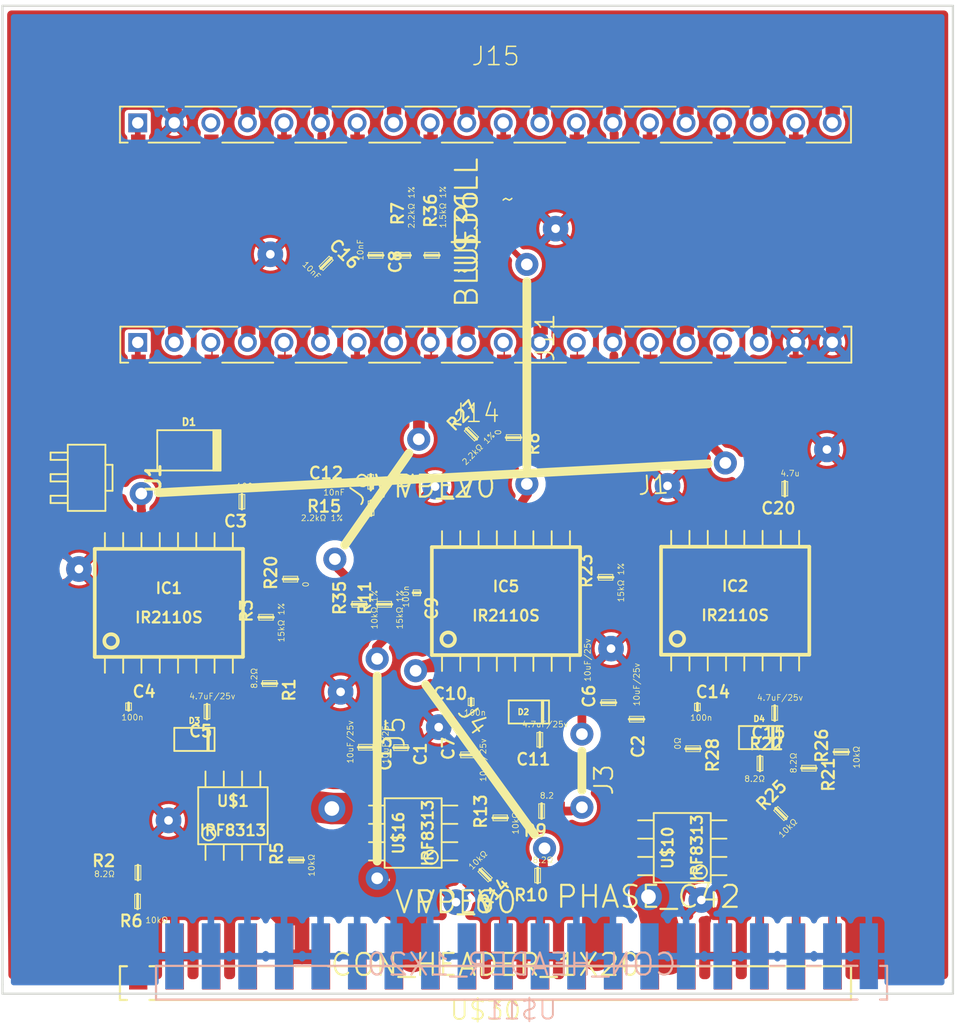
<source format=kicad_pcb>
(kicad_pcb (version 4) (host pcbnew 4.0.7-e2-6376~58~ubuntu16.04.1)
  (layers (0 Top signal) (31 Bottom signal hide) (34 B.Paste user) (35 F.Paste user) (36 B.SilkS user) (37 F.SilkS user) (38 B.Mask user) (39 F.Mask user) (44 Edge.Cuts user))
  (net 0 "")
  (net 1 GND)
  (net 2 /V_MOTOR)
  (net 3 /VDD_LOGIC_5V)
  (net 4 /HS_FL.SUP_C_)
  (net 5 /PHASE_C)
  (net 6 /BEMF_PHASE_C)
  (net 7 /HS_FL.SUP_B)
  (net 8 /PHASE_BJ)
  (net 9 /BEMF_PHASE_B)
  (net 10 /HS_FL.SUP_A)
  (net 11 /PHASE_A)
  (net 12 /BEMF_PHASE_A)
  (net 13 /N$5)
  (net 14 /C_LOW_J1)
  (net 15 /C_HIGH)
  (net 16 /N$4)
  (net 17 /N$23)
  (net 18 /A_LOW)
  (net 19 /A_HIGH)
  (net 20 /N$19)
  (net 21 /+5VSB)
  (net 22 /N$13)
  (net 23 /B_LOW)
  (net 24 /B_HIGH_J0)
  (net 25 /N$10)
  (net 26 /C_LOW)
  (net 27 /N$2)
  (net 28 /N$12)
  (net 29 /PHASE_B)
  (net 30 /N$27)
  (net 31 /SENSE_VIN)
  (net 32 /B_HIGH)
  (net 33 /VCC3.3V)
  (net 34 /N$40)
  (net 35 /SENSE_CURRENT_PA5)
  (net 36 /N$37)
  (net 37 /N$35)
  (net 38 /N$34)
  (net 39 /N$36)
  (net 40 /N$25)
  (net 41 /N$38)
  (net 42 /N$39)
  (net 43 /N$41)
  (net 44 /N$55)
  (net 45 /N$52)
  (net 46 /N$50)
  (net 47 /N$48)
  (net 48 /TXD)
  (net 49 /N$46)
  (net 50 /N$44)
  (net 51 /N$43)
  (net 52 /N$45)
  (net 53 /DEV_SEL)
  (net 54 /RXD)
  (net 55 /N$49)
  (net 56 /N$51)
  (net 57 /N$53)
  (net 58 /N$54)
  (net 59 /N$1)
  (net 60 /N$3)
  (net 61 /N$8)
  (net 62 /N$7)
  (net 63 /N$9)
  (net 64 /N$11)
  (net 65 /N$17)
  (net 66 /N$20)
  (net 67 /N$18)
  (module Board_v.03b:GELE.TMP_M1X20_SMD_2.54MM_0.1%5c%22_LONGTRACKS (layer Bottom) (at 184.658 103.378 180)
    (fp_text reference U$11 (at 0 -3.175 180) (layer B.SilkS) (effects (font (size 1.27 1.27) (thickness 0.127)) (justify mirror)))
    (fp_text value CON_HEADER_1X20 (at 0 0 180) (layer B.SilkS) (effects (justify mirror)))
    (pad 1 smd rect (at -24.13 0.5715 180) (size 1.27 4.572) (layers Bottom B.Paste B.Mask) (net 1 GND))
    (pad 2 smd rect (at -21.59 0.5715 180) (size 1.27 4.572) (layers Bottom B.Paste B.Mask) (net 1 GND))
    (pad 3 smd rect (at -19.05 0.5715 180) (size 1.27 4.572) (layers Bottom B.Paste B.Mask) (net 1 GND))
    (pad 4 smd rect (at -16.51 0.5715 180) (size 1.27 4.572) (layers Bottom B.Paste B.Mask) (net 1 GND))
    (pad 5 smd rect (at -13.97 0.5715 180) (size 1.27 4.572) (layers Bottom B.Paste B.Mask) (net 1 GND))
    (pad 6 smd rect (at -11.43 0.5715 180) (size 1.27 4.572) (layers Bottom B.Paste B.Mask) (net 1 GND))
    (pad 7 smd rect (at -8.89 0.5715 180) (size 1.27 4.572) (layers Bottom B.Paste B.Mask) (net 1 GND))
    (pad 8 smd rect (at -6.35 0.5715 180) (size 1.27 4.572) (layers Bottom B.Paste B.Mask) (net 1 GND))
    (pad 9 smd rect (at -3.81 0.5715 180) (size 1.27 4.572) (layers Bottom B.Paste B.Mask) (net 1 GND))
    (pad 10 smd rect (at -1.27 0.5715 180) (size 1.27 4.572) (layers Bottom B.Paste B.Mask) (net 1 GND))
    (pad 11 smd rect (at 1.26746 0.5715 180) (size 1.27 4.572) (layers Bottom B.Paste B.Mask) (net 1 GND))
    (pad 12 smd rect (at 3.80746 0.5715 180) (size 1.27 4.572) (layers Bottom B.Paste B.Mask) (net 1 GND))
    (pad 13 smd rect (at 6.34746 0.5715 180) (size 1.27 4.572) (layers Bottom B.Paste B.Mask) (net 1 GND))
    (pad 14 smd rect (at 8.88746 0.5715 180) (size 1.27 4.572) (layers Bottom B.Paste B.Mask) (net 1 GND))
    (pad 15 smd rect (at 11.42746 0.5715 180) (size 1.27 4.572) (layers Bottom B.Paste B.Mask) (net 1 GND))
    (pad 16 smd rect (at 13.96746 0.5715 180) (size 1.27 4.572) (layers Bottom B.Paste B.Mask) (net 1 GND))
    (pad 17 smd rect (at 16.50746 0.5715 180) (size 1.27 4.572) (layers Bottom B.Paste B.Mask) (net 1 GND))
    (pad 18 smd rect (at 19.04746 0.5715 180) (size 1.27 4.572) (layers Bottom B.Paste B.Mask) (net 1 GND))
    (pad 19 smd rect (at 21.58746 0.5715 180) (size 1.27 4.572) (layers Bottom B.Paste B.Mask) (net 1 GND))
    (pad 20 smd rect (at 24.12746 0.5715 180) (size 1.27 4.572) (layers Bottom B.Paste B.Mask) (net 1 GND))
  )
  (module Board_v.03b:MICROBUILDER__0805MP (layer Top) (at 176.2761 88.3286 270)
    (fp_text reference C1 (at 0.4445 -1.3589 270) (layer F.SilkS) (effects (font (size 0.8128 0.8128) (thickness 0.1524))))
    (fp_text value 10uF/25v (at -0.3683 1.0668 270) (layer F.SilkS) (effects (font (size 0.4064 0.4064) (thickness 0.0508))))
    (pad 1 smd rect (at -1.016 0 270) (size 1.19888 1.29794) (layers Top F.Paste F.Mask) (net 1 GND))
    (pad 2 smd rect (at 1.01346 0 270) (size 1.19888 1.29794) (layers Top F.Paste F.Mask) (net 2 /V_MOTOR))
  )
  (module Board_v.03b:MICROBUILDER__0805MP (layer Top) (at 192.6511 86.3536 270)
    (fp_text reference C2 (at 1.8964 -0.0989 270) (layer F.SilkS) (effects (font (size 0.8128 0.8128) (thickness 0.1524))))
    (fp_text value 10uF/25v (at -2.4066 -0.0079 270) (layer F.SilkS) (effects (font (size 0.4064 0.4064) (thickness 0.0508))))
    (pad 1 smd rect (at -1.016 0 270) (size 1.19888 1.29794) (layers Top F.Paste F.Mask) (net 1 GND))
    (pad 2 smd rect (at 1.01346 0 270) (size 1.19888 1.29794) (layers Top F.Paste F.Mask) (net 2 /V_MOTOR))
  )
  (module Board_v.03b:MICROBUILDER__0805MP (layer Top) (at 165.2261 71.2536 180)
    (fp_text reference C3 (at 0.4445 -1.3589 180) (layer F.SilkS) (effects (font (size 0.8128 0.8128) (thickness 0.1524))))
    (fp_text value 100n (at -0.3683 1.0668 180) (layer F.SilkS) (effects (font (size 0.4064 0.4064) (thickness 0.0508))))
    (pad 1 smd rect (at -1.016 0 180) (size 1.19888 1.29794) (layers Top F.Paste F.Mask) (net 1 GND))
    (pad 2 smd rect (at 1.01346 0 180) (size 1.19888 1.29794) (layers Top F.Paste F.Mask) (net 3 /VDD_LOGIC_5V))
  )
  (module Board_v.03b:MICROBUILDER__0603MP (layer Top) (at 157.3511 85.4786)
    (fp_text reference C4 (at 1.0795 -1.0414) (layer F.SilkS) (effects (font (size 0.8128 0.8128) (thickness 0.1524))))
    (fp_text value 100n (at 0.2667 0.7493) (layer F.SilkS) (effects (font (size 0.4064 0.4064) (thickness 0.0508))))
    (pad 1 smd rect (at -0.762 0) (size 0.79756 0.79756) (layers Top F.Paste F.Mask) (net 1 GND))
    (pad 2 smd rect (at 0.75946 0) (size 0.79756 0.79756) (layers Top F.Paste F.Mask) (net 2 /V_MOTOR))
  )
  (module Board_v.03b:MICROBUILDER__0805MP (layer Top) (at 162.8011 85.8286 180)
    (fp_text reference C5 (at 0.4445 -1.3589 180) (layer F.SilkS) (effects (font (size 0.8128 0.8128) (thickness 0.1524))))
    (fp_text value 4.7uF/25v (at -0.3683 1.0668 180) (layer F.SilkS) (effects (font (size 0.4064 0.4064) (thickness 0.0508))))
    (pad 1 smd rect (at -1.016 0 180) (size 1.19888 1.29794) (layers Top F.Paste F.Mask) (net 4 /HS_FL.SUP_C_))
    (pad 2 smd rect (at 1.01346 0 180) (size 1.19888 1.29794) (layers Top F.Paste F.Mask) (net 5 /PHASE_C))
  )
  (module Board_v.03b:MICROBUILDER__0805MP (layer Top) (at 190.7011 85.2036 90)
    (fp_text reference C6 (at 0.4445 -1.3589 90) (layer F.SilkS) (effects (font (size 0.8128 0.8128) (thickness 0.1524))))
    (fp_text value 10uF/25v (at 2.9536 -1.4511 270) (layer F.SilkS) (effects (font (size 0.4064 0.4064) (thickness 0.0508))))
    (pad 1 smd rect (at -1.016 0 90) (size 1.19888 1.29794) (layers Top F.Paste F.Mask) (net 2 /V_MOTOR))
    (pad 2 smd rect (at 1.01346 0 90) (size 1.19888 1.29794) (layers Top F.Paste F.Mask) (net 1 GND))
  )
  (module Board_v.03b:MICROBUILDER__0805MP (layer Top) (at 180.9261 88.8286 90)
    (fp_text reference C7 (at 0.4445 -1.3589 90) (layer F.SilkS) (effects (font (size 0.8128 0.8128) (thickness 0.1524))))
    (fp_text value 10uF/25v (at -0.3683 1.0668 90) (layer F.SilkS) (effects (font (size 0.4064 0.4064) (thickness 0.0508))))
    (pad 1 smd rect (at -1.016 0 90) (size 1.19888 1.29794) (layers Top F.Paste F.Mask) (net 2 /V_MOTOR))
    (pad 2 smd rect (at 1.01346 0 90) (size 1.19888 1.29794) (layers Top F.Paste F.Mask) (net 1 GND))
  )
  (module Board_v.03b:MICROBUILDER__0805MP (layer Top) (at 174.5261 54.1536 270)
    (fp_text reference C8 (at 0.4445 -1.3589 270) (layer F.SilkS) (effects (font (size 0.8128 0.8128) (thickness 0.1524))))
    (fp_text value 10nF (at -0.3683 1.0668 270) (layer F.SilkS) (effects (font (size 0.4064 0.4064) (thickness 0.0508))))
    (pad 1 smd rect (at -1.016 0 270) (size 1.19888 1.29794) (layers Top F.Paste F.Mask) (net 1 GND))
    (pad 2 smd rect (at 1.01346 0 270) (size 1.19888 1.29794) (layers Top F.Paste F.Mask) (net 6 /BEMF_PHASE_C))
  )
  (module Board_v.03b:MICROBUILDER__0603MP (layer Top) (at 177.3761 77.5786 270)
    (fp_text reference C9 (at 1.0795 -1.0414 270) (layer F.SilkS) (effects (font (size 0.8128 0.8128) (thickness 0.1524))))
    (fp_text value 100n (at 0.2667 0.7493 270) (layer F.SilkS) (effects (font (size 0.4064 0.4064) (thickness 0.0508))))
    (pad 1 smd rect (at -0.762 0 270) (size 0.79756 0.79756) (layers Top F.Paste F.Mask) (net 1 GND))
    (pad 2 smd rect (at 0.75946 0 270) (size 0.79756 0.79756) (layers Top F.Paste F.Mask) (net 3 /VDD_LOGIC_5V))
  )
  (module Board_v.03b:MICROBUILDER__0603MP (layer Top) (at 181.1511 85.1536)
    (fp_text reference C10 (at -1.4461 -0.5716) (layer F.SilkS) (effects (font (size 0.8128 0.8128) (thickness 0.1524))))
    (fp_text value 100n (at 0.2667 0.7493) (layer F.SilkS) (effects (font (size 0.4064 0.4064) (thickness 0.0508))))
    (pad 1 smd rect (at -0.762 0) (size 0.79756 0.79756) (layers Top F.Paste F.Mask) (net 1 GND))
    (pad 2 smd rect (at 0.75946 0) (size 0.79756 0.79756) (layers Top F.Paste F.Mask) (net 2 /V_MOTOR))
  )
  (module Board_v.03b:MICROBUILDER__0805MP (layer Top) (at 185.9261 87.7786 180)
    (fp_text reference C11 (at 0.4445 -1.3589 180) (layer F.SilkS) (effects (font (size 0.8128 0.8128) (thickness 0.1524))))
    (fp_text value 4.7uF/25v (at -0.3683 1.0668 180) (layer F.SilkS) (effects (font (size 0.4064 0.4064) (thickness 0.0508))))
    (pad 1 smd rect (at -1.016 0 180) (size 1.19888 1.29794) (layers Top F.Paste F.Mask) (net 7 /HS_FL.SUP_B))
    (pad 2 smd rect (at 1.01346 0 180) (size 1.19888 1.29794) (layers Top F.Paste F.Mask) (net 8 /PHASE_BJ))
  )
  (module Board_v.03b:MICROBUILDER__0805MP (layer Top) (at 174.1761 69.8786 180)
    (fp_text reference C12 (at 3.1071 0.6128 180) (layer F.SilkS) (effects (font (size 0.8128 0.8128) (thickness 0.1524))))
    (fp_text value 10nF (at 2.5483 -0.7334 180) (layer F.SilkS) (effects (font (size 0.4064 0.4064) (thickness 0.0508))))
    (pad 1 smd rect (at -1.016 0 180) (size 1.19888 1.29794) (layers Top F.Paste F.Mask) (net 1 GND))
    (pad 2 smd rect (at 1.01346 0 180) (size 1.19888 1.29794) (layers Top F.Paste F.Mask) (net 9 /BEMF_PHASE_B))
  )
  (module Board_v.03b:MICROBUILDER__0805MP (layer Top) (at 173.8261 88.3036 270)
    (fp_text reference C13 (at 0.4445 -1.3589 270) (layer F.SilkS) (effects (font (size 0.8128 0.8128) (thickness 0.1524))))
    (fp_text value 10uF/25v (at -0.3683 1.0668 270) (layer F.SilkS) (effects (font (size 0.4064 0.4064) (thickness 0.0508))))
    (pad 1 smd rect (at -1.016 0 270) (size 1.19888 1.29794) (layers Top F.Paste F.Mask) (net 1 GND))
    (pad 2 smd rect (at 1.01346 0 270) (size 1.19888 1.29794) (layers Top F.Paste F.Mask) (net 2 /V_MOTOR))
  )
  (module Board_v.03b:MICROBUILDER__0603MP (layer Top) (at 196.8761 85.5036)
    (fp_text reference C14 (at 1.0795 -1.0414) (layer F.SilkS) (effects (font (size 0.8128 0.8128) (thickness 0.1524))))
    (fp_text value 100n (at 0.2667 0.7493) (layer F.SilkS) (effects (font (size 0.4064 0.4064) (thickness 0.0508))))
    (pad 1 smd rect (at -0.762 0) (size 0.79756 0.79756) (layers Top F.Paste F.Mask) (net 1 GND))
    (pad 2 smd rect (at 0.75946 0) (size 0.79756 0.79756) (layers Top F.Paste F.Mask) (net 2 /V_MOTOR))
  )
  (module Board_v.03b:MICROBUILDER__0805MP (layer Top) (at 202.2511 85.9286 180)
    (fp_text reference C15 (at 0.4445 -1.3589 180) (layer F.SilkS) (effects (font (size 0.8128 0.8128) (thickness 0.1524))))
    (fp_text value 4.7uF/25v (at -0.3683 1.0668 180) (layer F.SilkS) (effects (font (size 0.4064 0.4064) (thickness 0.0508))))
    (pad 1 smd rect (at -1.016 0 180) (size 1.19888 1.29794) (layers Top F.Paste F.Mask) (net 10 /HS_FL.SUP_A))
    (pad 2 smd rect (at 1.01346 0 180) (size 1.19888 1.29794) (layers Top F.Paste F.Mask) (net 11 /PHASE_A))
  )
  (module Board_v.03b:MICROBUILDER__0805MP (layer Top) (at 171.0761 54.7036 315)
    (fp_text reference C16 (at 0.4445 -1.3589 315) (layer F.SilkS) (effects (font (size 0.8128 0.8128) (thickness 0.1524))))
    (fp_text value 10nF (at -0.3683 1.0668 315) (layer F.SilkS) (effects (font (size 0.4064 0.4064) (thickness 0.0508))))
    (pad 1 smd rect (at -1.016 0 315) (size 1.19888 1.29794) (layers Top F.Paste F.Mask) (net 1 GND))
    (pad 2 smd rect (at 1.01346 0 315) (size 1.19888 1.29794) (layers Top F.Paste F.Mask) (net 12 /BEMF_PHASE_A))
  )
  (module Board_v.03b:MICROBUILDER__0805MP (layer Top) (at 202.9511 70.3536 180)
    (fp_text reference C20 (at 0.4445 -1.3589 180) (layer F.SilkS) (effects (font (size 0.8128 0.8128) (thickness 0.1524))))
    (fp_text value 4.7u (at -0.3683 1.0668 180) (layer F.SilkS) (effects (font (size 0.4064 0.4064) (thickness 0.0508))))
    (pad 1 smd rect (at -1.016 0 180) (size 1.19888 1.29794) (layers Top F.Paste F.Mask) (net 1 GND))
    (pad 2 smd rect (at 1.01346 0 180) (size 1.19888 1.29794) (layers Top F.Paste F.Mask) (net 3 /VDD_LOGIC_5V))
  )
  (module w_smd_dil:soic-16 (layer Top) (at 160.1511 78.2786)
    (fp_text reference IC1 (at 0 -1.016) (layer F.SilkS) (effects (font (size 0.7493 0.7493) (thickness 0.14986))))
    (fp_text value IR2110S (at 0 1.016) (layer F.SilkS) (effects (font (size 0.7493 0.7493) (thickness 0.14986))))
    (pad 1 smd rect (at -4.445 4.81076) (size 0.55118 1.43002) (layers Top F.Paste F.Mask) (net 13 /N$5))
    (pad 2 smd rect (at -3.175 4.81076) (size 0.55118 1.43002) (layers Top F.Paste F.Mask) (net 1 GND))
    (pad 3 smd rect (at -1.905 4.81076) (size 0.55118 1.43002) (layers Top F.Paste F.Mask) (net 2 /V_MOTOR))
    (pad 4 smd rect (at -0.635 4.81076) (size 0.55118 1.43002) (layers Top F.Paste F.Mask))
    (pad 5 smd rect (at 0.635 4.81076) (size 0.55118 1.43002) (layers Top F.Paste F.Mask))
    (pad 6 smd rect (at 1.905 4.81076) (size 0.55118 1.43002) (layers Top F.Paste F.Mask) (net 5 /PHASE_C))
    (pad 7 smd rect (at 3.175 4.81076) (size 0.55118 1.43002) (layers Top F.Paste F.Mask) (net 4 /HS_FL.SUP_C_))
    (pad 8 smd rect (at 4.445 4.81076) (size 0.55118 1.43002) (layers Top F.Paste F.Mask) (net 16 /N$4))
    (pad 9 smd rect (at 4.445 -4.81076) (size 0.55118 1.43002) (layers Top F.Paste F.Mask))
    (pad 10 smd rect (at 3.175 -4.81076) (size 0.55118 1.43002) (layers Top F.Paste F.Mask))
    (pad 11 smd rect (at 1.905 -4.81076) (size 0.55118 1.43002) (layers Top F.Paste F.Mask) (net 3 /VDD_LOGIC_5V))
    (pad 12 smd rect (at 0.635 -4.81076) (size 0.55118 1.43002) (layers Top F.Paste F.Mask) (net 15 /C_HIGH))
    (pad 13 smd rect (at -0.635 -4.81076) (size 0.55118 1.43002) (layers Top F.Paste F.Mask) (net 1 GND))
    (pad 14 smd rect (at -1.905 -4.81076) (size 0.55118 1.43002) (layers Top F.Paste F.Mask) (net 14 /C_LOW_J1))
    (pad 15 smd rect (at -3.175 -4.81076) (size 0.55118 1.43002) (layers Top F.Paste F.Mask) (net 1 GND))
    (pad 16 smd rect (at -4.445 -4.81076) (size 0.55118 1.43002) (layers Top F.Paste F.Mask))
  )
  (module w_smd_dil:soic-16 (layer Top) (at 199.5011 78.1286)
    (fp_text reference IC2 (at 0 -1.016) (layer F.SilkS) (effects (font (size 0.7493 0.7493) (thickness 0.14986))))
    (fp_text value IR2110S (at 0 1.016) (layer F.SilkS) (effects (font (size 0.7493 0.7493) (thickness 0.14986))))
    (pad 1 smd rect (at -4.445 4.81076) (size 0.55118 1.43002) (layers Top F.Paste F.Mask) (net 17 /N$23))
    (pad 2 smd rect (at -3.175 4.81076) (size 0.55118 1.43002) (layers Top F.Paste F.Mask) (net 1 GND))
    (pad 3 smd rect (at -1.905 4.81076) (size 0.55118 1.43002) (layers Top F.Paste F.Mask) (net 2 /V_MOTOR))
    (pad 4 smd rect (at -0.635 4.81076) (size 0.55118 1.43002) (layers Top F.Paste F.Mask))
    (pad 5 smd rect (at 0.635 4.81076) (size 0.55118 1.43002) (layers Top F.Paste F.Mask))
    (pad 6 smd rect (at 1.905 4.81076) (size 0.55118 1.43002) (layers Top F.Paste F.Mask) (net 11 /PHASE_A))
    (pad 7 smd rect (at 3.175 4.81076) (size 0.55118 1.43002) (layers Top F.Paste F.Mask) (net 10 /HS_FL.SUP_A))
    (pad 8 smd rect (at 4.445 4.81076) (size 0.55118 1.43002) (layers Top F.Paste F.Mask) (net 20 /N$19))
    (pad 9 smd rect (at 4.445 -4.81076) (size 0.55118 1.43002) (layers Top F.Paste F.Mask))
    (pad 10 smd rect (at 3.175 -4.81076) (size 0.55118 1.43002) (layers Top F.Paste F.Mask))
    (pad 11 smd rect (at 1.905 -4.81076) (size 0.55118 1.43002) (layers Top F.Paste F.Mask) (net 3 /VDD_LOGIC_5V))
    (pad 12 smd rect (at 0.635 -4.81076) (size 0.55118 1.43002) (layers Top F.Paste F.Mask) (net 19 /A_HIGH))
    (pad 13 smd rect (at -0.635 -4.81076) (size 0.55118 1.43002) (layers Top F.Paste F.Mask) (net 1 GND))
    (pad 14 smd rect (at -1.905 -4.81076) (size 0.55118 1.43002) (layers Top F.Paste F.Mask) (net 18 /A_LOW))
    (pad 15 smd rect (at -3.175 -4.81076) (size 0.55118 1.43002) (layers Top F.Paste F.Mask) (net 1 GND))
    (pad 16 smd rect (at -4.445 -4.81076) (size 0.55118 1.43002) (layers Top F.Paste F.Mask))
  )
  (module w_smd_dil:soic-16 (layer Top) (at 183.5761 78.1536)
    (fp_text reference IC5 (at 0 -1.016) (layer F.SilkS) (effects (font (size 0.7493 0.7493) (thickness 0.14986))))
    (fp_text value IR2110S (at 0 1.016) (layer F.SilkS) (effects (font (size 0.7493 0.7493) (thickness 0.14986))))
    (pad 1 smd rect (at -4.445 4.81076) (size 0.55118 1.43002) (layers Top F.Paste F.Mask) (net 22 /N$13))
    (pad 2 smd rect (at -3.175 4.81076) (size 0.55118 1.43002) (layers Top F.Paste F.Mask) (net 1 GND))
    (pad 3 smd rect (at -1.905 4.81076) (size 0.55118 1.43002) (layers Top F.Paste F.Mask) (net 2 /V_MOTOR))
    (pad 4 smd rect (at -0.635 4.81076) (size 0.55118 1.43002) (layers Top F.Paste F.Mask))
    (pad 5 smd rect (at 0.635 4.81076) (size 0.55118 1.43002) (layers Top F.Paste F.Mask))
    (pad 6 smd rect (at 1.905 4.81076) (size 0.55118 1.43002) (layers Top F.Paste F.Mask) (net 8 /PHASE_BJ))
    (pad 7 smd rect (at 3.175 4.81076) (size 0.55118 1.43002) (layers Top F.Paste F.Mask) (net 7 /HS_FL.SUP_B))
    (pad 8 smd rect (at 4.445 4.81076) (size 0.55118 1.43002) (layers Top F.Paste F.Mask) (net 25 /N$10))
    (pad 9 smd rect (at 4.445 -4.81076) (size 0.55118 1.43002) (layers Top F.Paste F.Mask))
    (pad 10 smd rect (at 3.175 -4.81076) (size 0.55118 1.43002) (layers Top F.Paste F.Mask))
    (pad 11 smd rect (at 1.905 -4.81076) (size 0.55118 1.43002) (layers Top F.Paste F.Mask) (net 3 /VDD_LOGIC_5V))
    (pad 12 smd rect (at 0.635 -4.81076) (size 0.55118 1.43002) (layers Top F.Paste F.Mask) (net 24 /B_HIGH_J0))
    (pad 13 smd rect (at -0.635 -4.81076) (size 0.55118 1.43002) (layers Top F.Paste F.Mask) (net 1 GND))
    (pad 14 smd rect (at -1.905 -4.81076) (size 0.55118 1.43002) (layers Top F.Paste F.Mask) (net 23 /B_LOW))
    (pad 15 smd rect (at -3.175 -4.81076) (size 0.55118 1.43002) (layers Top F.Paste F.Mask) (net 1 GND))
    (pad 16 smd rect (at -4.445 -4.81076) (size 0.55118 1.43002) (layers Top F.Paste F.Mask))
  )
  (module Board_v.03b:GELE_V04_J40MM (layer Top) (at 178.5261 69.6286 183)
    (fp_text reference J1 (at -15.24 -1.27 183) (layer F.SilkS) (effects (font (size 1.27 1.27) (thickness 0.127))))
    (fp_text value J40MM (at 0 -0.00762 183) (layer F.SilkS) (effects (font (size 0.01778 0.01778) (thickness 0.000001))))
    (pad 1 thru_hole circle (at -20.32 0 183) (size 1.6002 3.2004) (drill 0.8128) (layers *.Cu *.Paste *.Mask) (net 26 /C_LOW))
    (pad 2 thru_hole circle (at 20.32 0 183) (size 1.6002 3.2004) (drill 0.8128) (layers *.Cu *.Paste *.Mask) (net 14 /C_LOW_J1))
  )
  (module Board_v.03b:JUMPER_05 (layer Top) (at 188.8511 89.9286 270)
    (fp_text reference J3 (at 0.635 -1.524 270) (layer F.SilkS) (effects (font (size 1.27 1.27) (thickness 0.127))))
    (fp_text value J5MM (at 2.55778 -0.00762 270) (layer F.SilkS) (effects (font (size 0.01778 0.01778) (thickness 0.000001))))
    (pad 1 thru_hole circle (at -2.54 0 270) (size 1.6002 3.2004) (drill 0.8128) (layers *.Cu *.Paste *.Mask) (net 25 /N$10))
    (pad 2 thru_hole circle (at 2.54 0 270) (size 1.6002 3.2004) (drill 0.8128) (layers *.Cu *.Paste *.Mask) (net 27 /N$2))
  )
  (module Board_v.03b:JUMPER_15 (layer Top) (at 181.7761 89.1536 306)
    (fp_text reference J4 (at -2.54 -1.27 306) (layer F.SilkS) (effects (font (size 1.27 1.27) (thickness 0.127))))
    (fp_text value J15MM (at 7.6581 -0.00762 306) (layer F.SilkS) (effects (font (size 0.01778 0.01778) (thickness 0.000001))))
    (pad 1 thru_hole circle (at -7.62 0 306) (size 1.6002 3.2004) (drill 0.8128) (layers *.Cu *.Paste *.Mask) (net 22 /N$13))
    (pad 2 thru_hole circle (at 7.62 0 306) (size 1.6002 3.2004) (drill 0.8128) (layers *.Cu *.Paste *.Mask) (net 28 /N$12))
  )
  (module Board_v.03b:JUMPER_15 (layer Top) (at 174.6261 89.7786 270)
    (fp_text reference J5 (at -2.54 -1.27 270) (layer F.SilkS) (effects (font (size 1.27 1.27) (thickness 0.127))))
    (fp_text value J15MM (at 7.6581 -0.00762 270) (layer F.SilkS) (effects (font (size 0.01778 0.01778) (thickness 0.000001))))
    (pad 1 thru_hole circle (at -7.62 0 270) (size 1.6002 3.2004) (drill 0.8128) (layers *.Cu *.Paste *.Mask) (net 8 /PHASE_BJ))
    (pad 2 thru_hole circle (at 7.62 0 270) (size 1.6002 3.2004) (drill 0.8128) (layers *.Cu *.Paste *.Mask) (net 29 /PHASE_B))
  )
  (module Board_v.03b:JUMPER_10 (layer Top) (at 174.6011 71.0786 55)
    (fp_text reference J9 (at 0 -1.27 55) (layer F.SilkS) (effects (font (size 1.27 1.27) (thickness 0.127))))
    (fp_text value J10MM (at 5.05968 -0.00762 55) (layer F.SilkS) (effects (font (size 0.01778 0.01778) (thickness 0.000001))))
    (pad 1 thru_hole circle (at -5.08 0 55) (size 1.6002 3.2004) (drill 0.8128) (layers *.Cu *.Paste *.Mask) (net 30 /N$27))
    (pad 2 thru_hole circle (at 5.08 0 55) (size 1.6002 3.2004) (drill 0.8128) (layers *.Cu *.Paste *.Mask) (net 31 /SENSE_VIN))
  )
  (module Board_v.03b:JUMPER_15 (layer Top) (at 185.0261 62.4036 270)
    (fp_text reference J11 (at -2.54 -1.27 270) (layer F.SilkS) (effects (font (size 1.27 1.27) (thickness 0.127))))
    (fp_text value J15MM (at 7.6581 -0.00762 270) (layer F.SilkS) (effects (font (size 0.01778 0.01778) (thickness 0.000001))))
    (pad 1 thru_hole circle (at -7.62 0 270) (size 1.6002 3.2004) (drill 0.8128) (layers *.Cu *.Paste *.Mask) (net 32 /B_HIGH))
    (pad 2 thru_hole circle (at 7.62 0 270) (size 1.6002 3.2004) (drill 0.8128) (layers *.Cu *.Paste *.Mask) (net 24 /B_HIGH_J0))
  )
  (module Board_v.03b:GELE_V05_CON-20PIN-SMD-MANUALLY-BENT-FROM-NON-SMD (layer Top) (at 182.1761 60.3536 180)
    (fp_text reference J14 (at 0.70612 -4.74726 180) (layer F.SilkS) (effects (font (size 1.27 1.27) (thickness 0.1016))))
    (fp_text value ~ (at 1.55956 5.1435 180) (layer F.SilkS) (effects (font (size 1.27 1.27) (thickness 0.1016))))
    (pad 1 smd rect (at 24.12746 -2.18948 180) (size 0.99822 2.99974) (layers Top F.Paste F.Mask) (net 38 /N$34))
    (pad 2 smd rect (at 21.58746 2.18948 180) (size 0.99822 2.99974) (layers Top F.Paste F.Mask) (net 37 /N$35))
    (pad 3 smd rect (at 19.04746 -2.18948 180) (size 0.99822 2.99974) (layers Top F.Paste F.Mask) (net 39 /N$36))
    (pad 4 smd rect (at 16.50746 2.18948 180) (size 0.99822 2.99974) (layers Top F.Paste F.Mask) (net 36 /N$37))
    (pad 5 smd rect (at 13.96746 -2.18948 180) (size 0.99822 2.99974) (layers Top F.Paste F.Mask) (net 40 /N$25))
    (pad 6 smd rect (at 11.42746 2.18948 180) (size 0.99822 2.99974) (layers Top F.Paste F.Mask) (net 12 /BEMF_PHASE_A))
    (pad 7 smd rect (at 8.88746 -2.18948 180) (size 0.99822 2.99974) (layers Top F.Paste F.Mask) (net 9 /BEMF_PHASE_B))
    (pad 8 smd rect (at 6.34746 2.18948 180) (size 0.99822 2.99974) (layers Top F.Paste F.Mask) (net 6 /BEMF_PHASE_C))
    (pad 9 smd rect (at 3.80746 -2.18948 180) (size 0.99822 2.99974) (layers Top F.Paste F.Mask) (net 31 /SENSE_VIN))
    (pad 10 smd rect (at 1.26746 2.18948 180) (size 0.99822 2.99974) (layers Top F.Paste F.Mask) (net 35 /SENSE_CURRENT_PA5))
    (pad 11 smd rect (at -1.27 -2.18948 180) (size 0.99822 2.99974) (layers Top F.Paste F.Mask) (net 41 /N$38))
    (pad 12 smd rect (at -3.81 2.18948 180) (size 0.99822 2.99974) (layers Top F.Paste F.Mask) (net 18 /A_LOW))
    (pad 13 smd rect (at -6.35 -2.18948 180) (size 0.99822 2.99974) (layers Top F.Paste F.Mask) (net 23 /B_LOW))
    (pad 14 smd rect (at -8.89 2.18948 180) (size 0.99822 2.99974) (layers Top F.Paste F.Mask) (net 26 /C_LOW))
    (pad 15 smd rect (at -11.43 -2.18948 180) (size 0.99822 2.99974) (layers Top F.Paste F.Mask) (net 42 /N$39))
    (pad 16 smd rect (at -13.97 2.18948 180) (size 0.99822 2.99974) (layers Top F.Paste F.Mask) (net 34 /N$40))
    (pad 17 smd rect (at -16.51 -2.18948 180) (size 0.99822 2.99974) (layers Top F.Paste F.Mask) (net 43 /N$41))
    (pad 18 smd rect (at -19.05 2.18948 180) (size 0.99822 2.99974) (layers Top F.Paste F.Mask) (net 33 /VCC3.3V))
    (pad 19 smd rect (at -21.59 -2.18948 180) (size 0.99822 2.99974) (layers Top F.Paste F.Mask) (net 1 GND))
    (pad 20 smd rect (at -24.13 2.18948 180) (size 0.99822 2.99974) (layers Top F.Paste F.Mask) (net 1 GND))
  )
  (module Board_v.03b:GELE_V05_CON-20PIN-SMD-MANUALLY-BENT-FROM-NON-SMD (layer Top) (at 182.1511 45.0786)
    (fp_text reference J15 (at 0.70612 -4.74726) (layer F.SilkS) (effects (font (size 1.27 1.27) (thickness 0.1016))))
    (fp_text value ~ (at 1.55956 5.1435) (layer F.SilkS) (effects (font (size 1.27 1.27) (thickness 0.1016))))
    (pad 1 smd rect (at 24.12746 -2.18948) (size 0.99822 2.99974) (layers Top F.Paste F.Mask) (net 51 /N$43))
    (pad 2 smd rect (at 21.58746 2.18948) (size 0.99822 2.99974) (layers Top F.Paste F.Mask) (net 50 /N$44))
    (pad 3 smd rect (at 19.04746 -2.18948) (size 0.99822 2.99974) (layers Top F.Paste F.Mask) (net 52 /N$45))
    (pad 4 smd rect (at 16.50746 2.18948) (size 0.99822 2.99974) (layers Top F.Paste F.Mask) (net 49 /N$46))
    (pad 5 smd rect (at 13.96746 -2.18948) (size 0.99822 2.99974) (layers Top F.Paste F.Mask) (net 53 /DEV_SEL))
    (pad 6 smd rect (at 11.42746 2.18948) (size 0.99822 2.99974) (layers Top F.Paste F.Mask) (net 48 /TXD))
    (pad 7 smd rect (at 8.88746 -2.18948) (size 0.99822 2.99974) (layers Top F.Paste F.Mask) (net 54 /RXD))
    (pad 8 smd rect (at 6.34746 2.18948) (size 0.99822 2.99974) (layers Top F.Paste F.Mask) (net 47 /N$48))
    (pad 9 smd rect (at 3.80746 -2.18948) (size 0.99822 2.99974) (layers Top F.Paste F.Mask) (net 55 /N$49))
    (pad 10 smd rect (at 1.26746 2.18948) (size 0.99822 2.99974) (layers Top F.Paste F.Mask) (net 46 /N$50))
    (pad 11 smd rect (at -1.27 -2.18948) (size 0.99822 2.99974) (layers Top F.Paste F.Mask) (net 56 /N$51))
    (pad 12 smd rect (at -3.81 2.18948) (size 0.99822 2.99974) (layers Top F.Paste F.Mask) (net 45 /N$52))
    (pad 13 smd rect (at -6.35 -2.18948) (size 0.99822 2.99974) (layers Top F.Paste F.Mask) (net 57 /N$53))
    (pad 14 smd rect (at -8.89 2.18948) (size 0.99822 2.99974) (layers Top F.Paste F.Mask) (net 19 /A_HIGH))
    (pad 15 smd rect (at -11.43 -2.18948) (size 0.99822 2.99974) (layers Top F.Paste F.Mask) (net 32 /B_HIGH))
    (pad 16 smd rect (at -13.97 2.18948) (size 0.99822 2.99974) (layers Top F.Paste F.Mask) (net 15 /C_HIGH))
    (pad 17 smd rect (at -16.51 -2.18948) (size 0.99822 2.99974) (layers Top F.Paste F.Mask) (net 58 /N$54))
    (pad 18 smd rect (at -19.05 2.18948) (size 0.99822 2.99974) (layers Top F.Paste F.Mask) (net 21 /+5VSB))
    (pad 19 smd rect (at -21.59 -2.18948) (size 0.99822 2.99974) (layers Top F.Paste F.Mask) (net 1 GND))
    (pad 20 smd rect (at -24.13 2.18948) (size 0.99822 2.99974) (layers Top F.Paste F.Mask) (net 44 /N$55))
  )
  (module Board_v.03b:STEVEMARPLE_PAD (layer Top) (at 193.4761 98.6786)
    (fp_text reference PHASE_C42 (at 0 0) (layer F.SilkS))
    (fp_text value PHASE_C hide)
    (pad 1 thru_hole circle (at 0 0) (size 1.8796 1.8796) (drill 1.016) (layers *.Cu *.Paste *.Mask) (net 11 /PHASE_A))
  )
  (module Board_v.03b:MICROBUILDER__0805MP (layer Top) (at 167.1511 83.8786 270)
    (fp_text reference R1 (at 0.4445 -1.3589 270) (layer F.SilkS) (effects (font (size 0.8128 0.8128) (thickness 0.1524))))
    (fp_text value 8.2Ω (at -0.3683 1.0668 270) (layer F.SilkS) (effects (font (size 0.4064 0.4064) (thickness 0.0508))))
    (pad 1 smd rect (at -1.016 0 270) (size 1.19888 1.29794) (layers Top F.Paste F.Mask) (net 16 /N$4))
    (pad 2 smd rect (at 1.01346 0 270) (size 1.19888 1.29794) (layers Top F.Paste F.Mask) (net 59 /N$1))
  )
  (module Board_v.03b:MICROBUILDER__0805MP (layer Top) (at 158.0011 97.0036)
    (fp_text reference R2 (at -2.3753 -0.8138) (layer F.SilkS) (effects (font (size 0.8128 0.8128) (thickness 0.1524))))
    (fp_text value 8.2Ω (at -2.3245 0.1006) (layer F.SilkS) (effects (font (size 0.4064 0.4064) (thickness 0.0508))))
    (pad 1 smd rect (at -1.016 0) (size 1.19888 1.29794) (layers Top F.Paste F.Mask) (net 13 /N$5))
    (pad 2 smd rect (at 1.01346 0) (size 1.19888 1.29794) (layers Top F.Paste F.Mask) (net 60 /N$3))
  )
  (module Board_v.03b:MICROBUILDER__0805MP (layer Top) (at 166.9011 79.2786 90)
    (fp_text reference R3 (at 0.4445 -1.3589 90) (layer F.SilkS) (effects (font (size 0.8128 0.8128) (thickness 0.1524))))
    (fp_text value "15kΩ 1%" (at -0.3683 1.0668 90) (layer F.SilkS) (effects (font (size 0.4064 0.4064) (thickness 0.0508))))
    (pad 1 smd rect (at -1.016 0 90) (size 1.19888 1.29794) (layers Top F.Paste F.Mask) (net 5 /PHASE_C))
    (pad 2 smd rect (at 1.01346 0 90) (size 1.19888 1.29794) (layers Top F.Paste F.Mask) (net 61 /N$8))
  )
  (module Board_v.03b:MICROBUILDER__0805MP (layer Top) (at 169.0011 96.1286 90)
    (fp_text reference R5 (at 0.4445 -1.3589 90) (layer F.SilkS) (effects (font (size 0.8128 0.8128) (thickness 0.1524))))
    (fp_text value 10kΩ (at -0.3683 1.0668 90) (layer F.SilkS) (effects (font (size 0.4064 0.4064) (thickness 0.0508))))
    (pad 1 smd rect (at -1.016 0 90) (size 1.19888 1.29794) (layers Top F.Paste F.Mask) (net 5 /PHASE_C))
    (pad 2 smd rect (at 1.01346 0 90) (size 1.19888 1.29794) (layers Top F.Paste F.Mask) (net 59 /N$1))
  )
  (module Board_v.03b:MICROBUILDER__0805MP (layer Top) (at 157.9761 99.0036 180)
    (fp_text reference R6 (at 0.4445 -1.3589 180) (layer F.SilkS) (effects (font (size 0.8128 0.8128) (thickness 0.1524))))
    (fp_text value 10kΩ (at -1.3327 -1.301 180) (layer F.SilkS) (effects (font (size 0.4064 0.4064) (thickness 0.0508))))
    (pad 1 smd rect (at -1.016 0 180) (size 1.19888 1.29794) (layers Top F.Paste F.Mask) (net 60 /N$3))
    (pad 2 smd rect (at 1.01346 0 180) (size 1.19888 1.29794) (layers Top F.Paste F.Mask) (net 1 GND))
  )
  (module Board_v.03b:MICROBUILDER__0805MP (layer Top) (at 176.4261 54.1536 270)
    (fp_text reference R7 (at -2.8964 0.3787 270) (layer F.SilkS) (effects (font (size 0.8128 0.8128) (thickness 0.1524))))
    (fp_text value "2.2kΩ 1%" (at -3.3282 -0.5865 270) (layer F.SilkS) (effects (font (size 0.4064 0.4064) (thickness 0.0508))))
    (pad 1 smd rect (at -1.016 0 270) (size 1.19888 1.29794) (layers Top F.Paste F.Mask) (net 1 GND))
    (pad 2 smd rect (at 1.01346 0 270) (size 1.19888 1.29794) (layers Top F.Paste F.Mask) (net 6 /BEMF_PHASE_C))
  )
  (module Board_v.03b:MICROBUILDER__0805MP (layer Top) (at 184.1011 66.8036 270)
    (fp_text reference R8 (at 0.4445 -1.3589 270) (layer F.SilkS) (effects (font (size 0.8128 0.8128) (thickness 0.1524))))
    (fp_text value 0 (at -0.3683 1.0668 270) (layer F.SilkS) (effects (font (size 0.4064 0.4064) (thickness 0.0508))))
    (pad 1 smd rect (at -1.016 0 270) (size 1.19888 1.29794) (layers Top F.Paste F.Mask) (net 12 /BEMF_PHASE_A))
    (pad 2 smd rect (at 1.01346 0 270) (size 1.19888 1.29794) (layers Top F.Paste F.Mask) (net 62 /N$7))
  )
  (module Board_v.03b:MICROBUILDER__0805MP (layer Top) (at 186.0511 92.7286 180)
    (fp_text reference R9 (at 0.4445 -1.3589 180) (layer F.SilkS) (effects (font (size 0.8128 0.8128) (thickness 0.1524))))
    (fp_text value 8.2 (at -0.3683 1.0668 180) (layer F.SilkS) (effects (font (size 0.4064 0.4064) (thickness 0.0508))))
    (pad 1 smd rect (at -1.016 0 180) (size 1.19888 1.29794) (layers Top F.Paste F.Mask) (net 27 /N$2))
    (pad 2 smd rect (at 1.01346 0 180) (size 1.19888 1.29794) (layers Top F.Paste F.Mask) (net 63 /N$9))
  )
  (module Board_v.03b:MICROBUILDER__0805MP (layer Top) (at 185.7761 97.2036 180)
    (fp_text reference R10 (at 0.4445 -1.3589 180) (layer F.SilkS) (effects (font (size 0.8128 0.8128) (thickness 0.1524))))
    (fp_text value 8.2Ω (at -0.3683 1.0668 180) (layer F.SilkS) (effects (font (size 0.4064 0.4064) (thickness 0.0508))))
    (pad 1 smd rect (at -1.016 0 180) (size 1.19888 1.29794) (layers Top F.Paste F.Mask) (net 28 /N$12))
    (pad 2 smd rect (at 1.01346 0 180) (size 1.19888 1.29794) (layers Top F.Paste F.Mask) (net 64 /N$11))
  )
  (module Board_v.03b:MICROBUILDER__0805MP (layer Top) (at 175.1261 78.3786 90)
    (fp_text reference R11 (at 0.4445 -1.3589 90) (layer F.SilkS) (effects (font (size 0.8128 0.8128) (thickness 0.1524))))
    (fp_text value "15kΩ 1%" (at -0.3683 1.0668 90) (layer F.SilkS) (effects (font (size 0.4064 0.4064) (thickness 0.0508))))
    (pad 1 smd rect (at -1.016 0 90) (size 1.19888 1.29794) (layers Top F.Paste F.Mask) (net 8 /PHASE_BJ))
    (pad 2 smd rect (at 1.01346 0 90) (size 1.19888 1.29794) (layers Top F.Paste F.Mask) (net 9 /BEMF_PHASE_B))
  )
  (module Board_v.03b:MICROBUILDER__0805MP (layer Top) (at 183.1761 93.2036 90)
    (fp_text reference R13 (at 0.4445 -1.3589 90) (layer F.SilkS) (effects (font (size 0.8128 0.8128) (thickness 0.1524))))
    (fp_text value 10kΩ (at -0.3683 1.0668 90) (layer F.SilkS) (effects (font (size 0.4064 0.4064) (thickness 0.0508))))
    (pad 1 smd rect (at -1.016 0 90) (size 1.19888 1.29794) (layers Top F.Paste F.Mask) (net 29 /PHASE_B))
    (pad 2 smd rect (at 1.01346 0 90) (size 1.19888 1.29794) (layers Top F.Paste F.Mask) (net 63 /N$9))
  )
  (module Board_v.03b:MICROBUILDER__0805MP (layer Top) (at 182.1261 97.1536 225)
    (fp_text reference R14 (at 0.4445 -1.3589 225) (layer F.SilkS) (effects (font (size 0.8128 0.8128) (thickness 0.1524))))
    (fp_text value 10kΩ (at -0.3683 1.0668 225) (layer F.SilkS) (effects (font (size 0.4064 0.4064) (thickness 0.0508))))
    (pad 1 smd rect (at -1.016 0 225) (size 1.19888 1.29794) (layers Top F.Paste F.Mask) (net 64 /N$11))
    (pad 2 smd rect (at 1.01346 0 225) (size 1.19888 1.29794) (layers Top F.Paste F.Mask) (net 1 GND))
  )
  (module Board_v.03b:MICROBUILDER__0805MP (layer Top) (at 174.2011 71.7036 180)
    (fp_text reference R15 (at 3.2591 0.1264 180) (layer F.SilkS) (effects (font (size 0.8128 0.8128) (thickness 0.1524))))
    (fp_text value "2.2kΩ 1%" (at 3.4115 -0.6864 180) (layer F.SilkS) (effects (font (size 0.4064 0.4064) (thickness 0.0508))))
    (pad 1 smd rect (at -1.016 0 180) (size 1.19888 1.29794) (layers Top F.Paste F.Mask) (net 1 GND))
    (pad 2 smd rect (at 1.01346 0 180) (size 1.19888 1.29794) (layers Top F.Paste F.Mask) (net 9 /BEMF_PHASE_B))
  )
  (module Board_v.03b:MICROBUILDER__0805MP (layer Top) (at 168.6011 76.6286 90)
    (fp_text reference R20 (at 0.4445 -1.3589 90) (layer F.SilkS) (effects (font (size 0.8128 0.8128) (thickness 0.1524))))
    (fp_text value 0 (at -0.3683 1.0668 90) (layer F.SilkS) (effects (font (size 0.4064 0.4064) (thickness 0.0508))))
    (pad 1 smd rect (at -1.016 0 90) (size 1.19888 1.29794) (layers Top F.Paste F.Mask) (net 61 /N$8))
    (pad 2 smd rect (at 1.01346 0 90) (size 1.19888 1.29794) (layers Top F.Paste F.Mask) (net 6 /BEMF_PHASE_C))
  )
  (module Board_v.03b:MICROBUILDER__0805MP (layer Top) (at 204.6261 89.7536 270)
    (fp_text reference R21 (at 0.4445 -1.3589 270) (layer F.SilkS) (effects (font (size 0.8128 0.8128) (thickness 0.1524))))
    (fp_text value 8.2Ω (at -0.3683 1.0668 270) (layer F.SilkS) (effects (font (size 0.4064 0.4064) (thickness 0.0508))))
    (pad 1 smd rect (at -1.016 0 270) (size 1.19888 1.29794) (layers Top F.Paste F.Mask) (net 20 /N$19))
    (pad 2 smd rect (at 1.01346 0 270) (size 1.19888 1.29794) (layers Top F.Paste F.Mask) (net 65 /N$17))
  )
  (module Board_v.03b:MICROBUILDER__0805MP (layer Top) (at 201.2261 89.4286)
    (fp_text reference R22 (at 0.4445 -1.3589) (layer F.SilkS) (effects (font (size 0.8128 0.8128) (thickness 0.1524))))
    (fp_text value 8.2Ω (at -0.3683 1.0668) (layer F.SilkS) (effects (font (size 0.4064 0.4064) (thickness 0.0508))))
    (pad 1 smd rect (at -1.016 0) (size 1.19888 1.29794) (layers Top F.Paste F.Mask) (net 66 /N$20))
    (pad 2 smd rect (at 1.01346 0) (size 1.19888 1.29794) (layers Top F.Paste F.Mask) (net 67 /N$18))
  )
  (module Board_v.03b:MICROBUILDER__0805MP (layer Top) (at 190.5011 76.5036 90)
    (fp_text reference R23 (at 0.4445 -1.3589 90) (layer F.SilkS) (effects (font (size 0.8128 0.8128) (thickness 0.1524))))
    (fp_text value "15kΩ 1%" (at -0.3683 1.0668 90) (layer F.SilkS) (effects (font (size 0.4064 0.4064) (thickness 0.0508))))
    (pad 1 smd rect (at -1.016 0 90) (size 1.19888 1.29794) (layers Top F.Paste F.Mask) (net 11 /PHASE_A))
    (pad 2 smd rect (at 1.01346 0 90) (size 1.19888 1.29794) (layers Top F.Paste F.Mask) (net 62 /N$7))
  )
  (module Board_v.03b:MICROBUILDER__0805MP (layer Top) (at 202.6761 92.9036 45)
    (fp_text reference R25 (at 0.4445 -1.3589 45) (layer F.SilkS) (effects (font (size 0.8128 0.8128) (thickness 0.1524))))
    (fp_text value 10kΩ (at -0.3683 1.0668 45) (layer F.SilkS) (effects (font (size 0.4064 0.4064) (thickness 0.0508))))
    (pad 1 smd rect (at -1.016 0 45) (size 1.19888 1.29794) (layers Top F.Paste F.Mask) (net 11 /PHASE_A))
    (pad 2 smd rect (at 1.01346 0 45) (size 1.19888 1.29794) (layers Top F.Paste F.Mask) (net 65 /N$17))
  )
  (module Board_v.03b:MICROBUILDER__0805MP (layer Top) (at 206.8761 88.6286 90)
    (fp_text reference R26 (at 0.4445 -1.3589 90) (layer F.SilkS) (effects (font (size 0.8128 0.8128) (thickness 0.1524))))
    (fp_text value 10kΩ (at -0.3683 1.0668 90) (layer F.SilkS) (effects (font (size 0.4064 0.4064) (thickness 0.0508))))
    (pad 1 smd rect (at -1.016 0 90) (size 1.19888 1.29794) (layers Top F.Paste F.Mask) (net 67 /N$18))
    (pad 2 smd rect (at 1.01346 0 90) (size 1.19888 1.29794) (layers Top F.Paste F.Mask) (net 1 GND))
  )
  (module Board_v.03b:MICROBUILDER__0805MP (layer Top) (at 181.1761 66.5536 45)
    (fp_text reference R27 (at 0.4445 -1.3589 45) (layer F.SilkS) (effects (font (size 0.8128 0.8128) (thickness 0.1524))))
    (fp_text value "2.2kΩ 1%" (at -0.3683 1.0668 45) (layer F.SilkS) (effects (font (size 0.4064 0.4064) (thickness 0.0508))))
    (pad 1 smd rect (at -1.016 0 45) (size 1.19888 1.29794) (layers Top F.Paste F.Mask) (net 1 GND))
    (pad 2 smd rect (at 1.01346 0 45) (size 1.19888 1.29794) (layers Top F.Paste F.Mask) (net 12 /BEMF_PHASE_A))
  )
  (module Board_v.03b:MICROBUILDER__0805MP (layer Top) (at 196.5761 88.4036 270)
    (fp_text reference R28 (at 0.4445 -1.3589 270) (layer F.SilkS) (effects (font (size 0.8128 0.8128) (thickness 0.1524))))
    (fp_text value 0Ω (at -0.3683 1.0668 270) (layer F.SilkS) (effects (font (size 0.4064 0.4064) (thickness 0.0508))))
    (pad 1 smd rect (at -1.016 0 270) (size 1.19888 1.29794) (layers Top F.Paste F.Mask) (net 17 /N$23))
    (pad 2 smd rect (at 1.01346 0 270) (size 1.19888 1.29794) (layers Top F.Paste F.Mask) (net 66 /N$20))
  )
  (module Board_v.03b:MICROBUILDER__0805MP (layer Top) (at 173.3761 78.3786 90)
    (fp_text reference R35 (at 0.4445 -1.3589 90) (layer F.SilkS) (effects (font (size 0.8128 0.8128) (thickness 0.1524))))
    (fp_text value "10kΩ 1%" (at -0.3683 1.0668 90) (layer F.SilkS) (effects (font (size 0.4064 0.4064) (thickness 0.0508))))
    (pad 1 smd rect (at -1.016 0 90) (size 1.19888 1.29794) (layers Top F.Paste F.Mask) (net 2 /V_MOTOR))
    (pad 2 smd rect (at 1.01346 0 90) (size 1.19888 1.29794) (layers Top F.Paste F.Mask) (net 30 /N$27))
  )
  (module Board_v.03b:MICROBUILDER__0805MP (layer Top) (at 178.4261 54.1536 90)
    (fp_text reference R36 (at 3.0996 -0.0927 90) (layer F.SilkS) (effects (font (size 0.8128 0.8128) (thickness 0.1524))))
    (fp_text value "1.5kΩ 1%" (at 3.3536 0.7709 90) (layer F.SilkS) (effects (font (size 0.4064 0.4064) (thickness 0.0508))))
    (pad 1 smd rect (at -1.016 0 90) (size 1.19888 1.29794) (layers Top F.Paste F.Mask) (net 31 /SENSE_VIN))
    (pad 2 smd rect (at 1.01346 0 90) (size 1.19888 1.29794) (layers Top F.Paste F.Mask) (net 1 GND))
  )
  (module w_smd_dil:so-8 (layer Top) (at 164.6011 93.0536)
    (fp_text reference U$1 (at 0 -1.016) (layer F.SilkS) (effects (font (size 0.7493 0.7493) (thickness 0.14986))))
    (fp_text value IRF8313 (at 0 1.016) (layer F.SilkS) (effects (font (size 0.7493 0.7493) (thickness 0.14986))))
    (pad 1 smd rect (at -1.905 2.794) (size 0.59944 1.99898) (layers Top F.Paste F.Mask) (net 1 GND))
    (pad 2 smd rect (at -0.635 2.794) (size 0.59944 1.99898) (layers Top F.Paste F.Mask) (net 60 /N$3))
    (pad 3 smd rect (at 0.635 2.794) (size 0.59944 1.99898) (layers Top F.Paste F.Mask) (net 5 /PHASE_C))
    (pad 4 smd rect (at 1.905 2.794) (size 0.59944 1.99898) (layers Top F.Paste F.Mask) (net 59 /N$1))
    (pad 5 smd rect (at 1.905 -2.794) (size 0.59944 1.99898) (layers Top F.Paste F.Mask) (net 2 /V_MOTOR))
    (pad 6 smd rect (at 0.635 -2.794) (size 0.59944 1.99898) (layers Top F.Paste F.Mask) (net 2 /V_MOTOR))
    (pad 7 smd rect (at -0.635 -2.794) (size 0.59944 1.99898) (layers Top F.Paste F.Mask) (net 5 /PHASE_C))
    (pad 8 smd rect (at -1.905 -2.794) (size 0.59944 1.99898) (layers Top F.Paste F.Mask) (net 5 /PHASE_C))
  )
  (module w_smd_dil:so-8 (layer Top) (at 195.8261 95.2786 90)
    (fp_text reference U$10 (at 0 -1.016 90) (layer F.SilkS) (effects (font (size 0.7493 0.7493) (thickness 0.14986))))
    (fp_text value IRF8313 (at 0 1.016 90) (layer F.SilkS) (effects (font (size 0.7493 0.7493) (thickness 0.14986))))
    (pad 1 smd rect (at -1.905 2.794 90) (size 0.59944 1.99898) (layers Top F.Paste F.Mask) (net 1 GND))
    (pad 2 smd rect (at -0.635 2.794 90) (size 0.59944 1.99898) (layers Top F.Paste F.Mask) (net 67 /N$18))
    (pad 3 smd rect (at 0.635 2.794 90) (size 0.59944 1.99898) (layers Top F.Paste F.Mask) (net 11 /PHASE_A))
    (pad 4 smd rect (at 1.905 2.794 90) (size 0.59944 1.99898) (layers Top F.Paste F.Mask) (net 65 /N$17))
    (pad 5 smd rect (at 1.905 -2.794 90) (size 0.59944 1.99898) (layers Top F.Paste F.Mask) (net 2 /V_MOTOR))
    (pad 6 smd rect (at 0.635 -2.794 90) (size 0.59944 1.99898) (layers Top F.Paste F.Mask) (net 2 /V_MOTOR))
    (pad 7 smd rect (at -0.635 -2.794 90) (size 0.59944 1.99898) (layers Top F.Paste F.Mask) (net 11 /PHASE_A))
    (pad 8 smd rect (at -1.905 -2.794 90) (size 0.59944 1.99898) (layers Top F.Paste F.Mask) (net 11 /PHASE_A))
  )
  (module w_smd_dil:so-8 (layer Top) (at 177.1261 94.2536 90)
    (fp_text reference U$16 (at 0 -1.016 90) (layer F.SilkS) (effects (font (size 0.7493 0.7493) (thickness 0.14986))))
    (fp_text value IRF8313 (at 0 1.016 90) (layer F.SilkS) (effects (font (size 0.7493 0.7493) (thickness 0.14986))))
    (pad 1 smd rect (at -1.905 2.794 90) (size 0.59944 1.99898) (layers Top F.Paste F.Mask) (net 1 GND))
    (pad 2 smd rect (at -0.635 2.794 90) (size 0.59944 1.99898) (layers Top F.Paste F.Mask) (net 64 /N$11))
    (pad 3 smd rect (at 0.635 2.794 90) (size 0.59944 1.99898) (layers Top F.Paste F.Mask) (net 29 /PHASE_B))
    (pad 4 smd rect (at 1.905 2.794 90) (size 0.59944 1.99898) (layers Top F.Paste F.Mask) (net 63 /N$9))
    (pad 5 smd rect (at 1.905 -2.794 90) (size 0.59944 1.99898) (layers Top F.Paste F.Mask) (net 2 /V_MOTOR))
    (pad 6 smd rect (at 0.635 -2.794 90) (size 0.59944 1.99898) (layers Top F.Paste F.Mask) (net 2 /V_MOTOR))
    (pad 7 smd rect (at -0.635 -2.794 90) (size 0.59944 1.99898) (layers Top F.Paste F.Mask) (net 29 /PHASE_B))
    (pad 8 smd rect (at -1.905 -2.794 90) (size 0.59944 1.99898) (layers Top F.Paste F.Mask) (net 29 /PHASE_B))
  )
  (module Board_v.03b:GELE.TMP_M1X20_SMD_2.54MM_0.1%5c%22_LONGTRACKS (layer Top) (at 182.1511 103.4036)
    (fp_text reference U$30 (at 0 3.175) (layer F.SilkS) (effects (font (size 1.27 1.27) (thickness 0.127))))
    (fp_text value CON_HEADER_1X20 (at 0 0) (layer F.SilkS))
    (pad 1 smd rect (at -24.13 -0.5715) (size 1.27 4.572) (layers Top F.Paste F.Mask) (net 1 GND))
    (pad 2 smd rect (at -21.59 -0.5715) (size 1.27 4.572) (layers Top F.Paste F.Mask) (net 1 GND))
    (pad 3 smd rect (at -19.05 -0.5715) (size 1.27 4.572) (layers Top F.Paste F.Mask))
    (pad 4 smd rect (at -16.51 -0.5715) (size 1.27 4.572) (layers Top F.Paste F.Mask))
    (pad 5 smd rect (at -13.97 -0.5715) (size 1.27 4.572) (layers Top F.Paste F.Mask) (net 5 /PHASE_C))
    (pad 6 smd rect (at -11.43 -0.5715) (size 1.27 4.572) (layers Top F.Paste F.Mask) (net 5 /PHASE_C))
    (pad 7 smd rect (at -8.89 -0.5715) (size 1.27 4.572) (layers Top F.Paste F.Mask))
    (pad 8 smd rect (at -6.35 -0.5715) (size 1.27 4.572) (layers Top F.Paste F.Mask) (net 29 /PHASE_B))
    (pad 9 smd rect (at -3.81 -0.5715) (size 1.27 4.572) (layers Top F.Paste F.Mask) (net 29 /PHASE_B))
    (pad 10 smd rect (at -1.27 -0.5715) (size 1.27 4.572) (layers Top F.Paste F.Mask))
    (pad 11 smd rect (at 1.26746 -0.5715) (size 1.27 4.572) (layers Top F.Paste F.Mask) (net 1 GND))
    (pad 12 smd rect (at 3.80746 -0.5715) (size 1.27 4.572) (layers Top F.Paste F.Mask) (net 1 GND))
    (pad 13 smd rect (at 6.34746 -0.5715) (size 1.27 4.572) (layers Top F.Paste F.Mask) (net 2 /V_MOTOR))
    (pad 14 smd rect (at 8.88746 -0.5715) (size 1.27 4.572) (layers Top F.Paste F.Mask) (net 2 /V_MOTOR))
    (pad 15 smd rect (at 11.42746 -0.5715) (size 1.27 4.572) (layers Top F.Paste F.Mask) (net 11 /PHASE_A))
    (pad 16 smd rect (at 13.96746 -0.5715) (size 1.27 4.572) (layers Top F.Paste F.Mask) (net 11 /PHASE_A))
    (pad 17 smd rect (at 16.50746 -0.5715) (size 1.27 4.572) (layers Top F.Paste F.Mask) (net 1 GND))
    (pad 18 smd rect (at 19.04746 -0.5715) (size 1.27 4.572) (layers Top F.Paste F.Mask) (net 54 /RXD))
    (pad 19 smd rect (at 21.58746 -0.5715) (size 1.27 4.572) (layers Top F.Paste F.Mask) (net 48 /TXD))
    (pad 20 smd rect (at 24.12746 -0.5715) (size 1.27 4.572) (layers Top F.Paste F.Mask) (net 53 /DEV_SEL))
  )
  (module Board_v.03b:VPAD_VPAC0 (layer Top) (at 167.2011 54.0786)
    (fp_text reference VP_0 hide)
    (fp_text value VPDEV0 hide)
    (pad VP thru_hole circle (at 0 0) (size 1.778 3.556) (drill 0.59944) (layers *.Cu *.Paste *.Mask) (net 1 GND))
  )
  (module Board_v.03b:VPAD_VPAC0 (layer Top) (at 190.8761 81.4536)
    (fp_text reference VP_1 hide)
    (fp_text value VPDEV0 hide)
    (pad VP thru_hole circle (at 0 0) (size 1.778 3.556) (drill 0.59944) (layers *.Cu *.Paste *.Mask) (net 1 GND))
  )
  (module Board_v.03b:VPAD_VPAC0 (layer Top) (at 178.6511 70.2036)
    (fp_text reference VP_2 (at 0 0) (layer F.SilkS))
    (fp_text value VPDEV0 (at 0 0) (layer F.SilkS))
    (pad VP thru_hole circle (at 0 0) (size 1.778 3.556) (drill 0.59944) (layers *.Cu *.Paste *.Mask) (net 1 GND))
  )
  (module Board_v.03b:VPAD_VPAC0 (layer Top) (at 153.9011 75.9286)
    (fp_text reference VP_3 hide)
    (fp_text value VPDEV0 hide)
    (pad VP thru_hole circle (at 0 0) (size 1.778 3.556) (drill 0.59944) (layers *.Cu *.Paste *.Mask) (net 1 GND))
  )
  (module Board_v.03b:VPAD_VPAC0 (layer Top) (at 178.9011 86.9036)
    (fp_text reference VP_4 hide)
    (fp_text value VPDEV0 hide)
    (pad VP thru_hole circle (at 0 0) (size 1.778 3.556) (drill 0.59944) (layers *.Cu *.Paste *.Mask) (net 1 GND))
  )
  (module Board_v.03b:VPAD_VPAC0 (layer Top) (at 197.1511 98.9036)
    (fp_text reference VP_5 hide)
    (fp_text value VPDEV0 hide)
    (pad VP thru_hole circle (at 0 0) (size 1.778 3.556) (drill 0.59944) (layers *.Cu *.Paste *.Mask) (net 1 GND))
  )
  (module Board_v.03b:VPAD_VPAC0 (layer Top) (at 180.1011 99.0536)
    (fp_text reference VP_6 (at 0 0) (layer F.SilkS))
    (fp_text value VPDEV0 (at 0 0) (layer F.SilkS))
    (pad VP thru_hole circle (at 0 0) (size 1.778 3.556) (drill 0.59944) (layers *.Cu *.Paste *.Mask) (net 1 GND))
  )
  (module Board_v.03b:VPAD_VPAC0 (layer Top) (at 205.8761 67.6286)
    (fp_text reference VP_7 hide)
    (fp_text value VPDEV0 hide)
    (pad VP thru_hole circle (at 0 0) (size 1.778 3.556) (drill 0.59944) (layers *.Cu *.Paste *.Mask) (net 1 GND))
  )
  (module Board_v.03b:VPAD_VPAC0 (layer Top) (at 194.8011 70.1536)
    (fp_text reference VP_8 hide)
    (fp_text value VPDEV0 hide)
    (pad VP thru_hole circle (at 0 0) (size 1.778 3.556) (drill 0.59944) (layers *.Cu *.Paste *.Mask) (net 1 GND))
  )
  (module Board_v.03b:VPAD_VPAC0 (layer Top) (at 187.0261 52.3036)
    (fp_text reference VP_9 hide)
    (fp_text value VPDEV0 hide)
    (pad VP thru_hole circle (at 0 0) (size 1.778 3.556) (drill 0.59944) (layers *.Cu *.Paste *.Mask) (net 1 GND))
  )
  (module Board_v.03b:VPAD_VPAC0 (layer Top) (at 160.1261 93.3786)
    (fp_text reference VP_10 hide)
    (fp_text value VPDEV0 hide)
    (pad VP thru_hole circle (at 0 0) (size 1.778 3.556) (drill 0.59944) (layers *.Cu *.Paste *.Mask) (net 1 GND))
  )
  (module Board_v.03b:VPAD_VPAC0 (layer Top) (at 172.085 84.455)
    (fp_text reference VP_11 hide)
    (fp_text value VPDEV0 hide)
    (pad VP thru_hole circle (at 0 0) (size 1.778 3.556) (drill 0.59944) (layers *.Cu *.Paste *.Mask) (net 1 GND))
  )
  (module Board_v.03b:STEVEMARPLE_PAD (layer Top) (at 171.4761 92.5536)
    (fp_text reference V_MOTOR42 hide)
    (fp_text value V_MOTOR hide)
    (pad 1 thru_hole circle (at 0 0) (size 1.8796 1.8796) (drill 1.016) (layers *.Cu *.Paste *.Mask) (net 2 /V_MOTOR))
  )
  (module w_smd_diode:sod123 (layer Top) (at 185.166 85.852)
    (fp_text reference D2 (at -0.381 0) (layer F.SilkS) (effects (font (size 0.4 0.4) (thickness 0.1))))
    (fp_text value "SCHOTTKY B0540W@SOD123" hide)
    (pad 2 smd rect (at 1.67386 0) (size 0.8509 0.8509) (layers Top F.Paste F.Mask) (net 7 /HS_FL.SUP_B))
    (pad 1 smd rect (at -1.67386 0) (size 0.8509 0.8509) (layers Top F.Paste F.Mask) (net 2 /V_MOTOR))
  )
  (module w_smd_diode:sod123 (layer Top) (at 161.925 87.757)
    (fp_text reference D3 (at 0 -1.30048) (layer F.SilkS) (effects (font (size 0.4 0.4) (thickness 0.1))))
    (fp_text value "SCHOTTKY B0540W@SOD123" hide)
    (pad 2 smd rect (at 1.67386 0) (size 0.8509 0.8509) (layers Top F.Paste F.Mask) (net 4 /HS_FL.SUP_C_))
    (pad 1 smd rect (at -1.67386 0) (size 0.8509 0.8509) (layers Top F.Paste F.Mask) (net 2 /V_MOTOR))
  )
  (module w_smd_diode:sod123 (layer Top) (at 201.168 87.63)
    (fp_text reference D4 (at 0 -1.30048) (layer F.SilkS) (effects (font (size 0.4 0.4) (thickness 0.1))))
    (fp_text value "SCHOTTKY B0540W@SOD123" hide)
    (pad 2 smd rect (at 1.67386 0) (size 0.8509 0.8509) (layers Top F.Paste F.Mask) (net 10 /HS_FL.SUP_A))
    (pad 1 smd rect (at -1.67386 0) (size 0.8509 0.8509) (layers Top F.Paste F.Mask) (net 2 /V_MOTOR))
  )
  (module w_smd_trans:sot89 (layer Top) (at 154.432 69.596 270)
    (fp_text reference U1 (at 0.0254 -4.6482 270) (layer F.SilkS) (effects (font (size 1.00076 1.00076) (thickness 0.20066))))
    (fp_text value 78L05F hide)
    (pad 1 smd rect (at -1.50114 1.89992 270) (size 0.70104 1.6002) (layers Top F.Paste F.Mask) (net 21 /+5VSB))
    (pad 2 smd rect (at 0 1.651 270) (size 0.70104 2.10058) (layers Top F.Paste F.Mask) (net 1 GND))
    (pad 3 smd rect (at 1.50114 1.89992 270) (size 0.70104 1.6002) (layers Top F.Paste F.Mask) (net 2 /V_MOTOR))
    (pad 2 smd rect (at 0 -0.7493 270) (size 1.99898 2.75082) (layers Top F.Paste F.Mask) (net 1 GND))
  )
  (module w_smd_diode:do214ac (layer Top) (at 161.544 67.691)
    (fp_text reference D1 (at 0 -1.9685) (layer F.SilkS) (effects (font (size 0.50038 0.50038) (thickness 0.11938))))
    (fp_text value "1N4007 sma" hide)
    (pad 2 smd rect (at 1.72974 0) (size 2.10058 1.69926) (layers Top F.Paste F.Mask) (net 3 /VDD_LOGIC_5V))
    (pad 1 smd rect (at -1.72974 0) (size 2.10058 1.69926) (layers Top F.Paste F.Mask) (net 21 /+5VSB))
  )
  (module Board_v.03b:MAPLEMINI_40-DIP-BLUE-PIL (layer Top) (at 180.848 52.578 90)
    (fp_text reference U$36 (at 0 0 90) (layer F.SilkS))
    (fp_text value BLUEPILL (at 0 0 90) (layer F.SilkS))
    (pad P$1 thru_hole rect (at -7.62 -22.86 90) (size 1.30556 1.30556) (drill 0.79756) (layers *.Cu *.Paste *.Mask) (net 38 /N$34))
    (pad P$2 thru_hole circle (at -7.62 -20.32 90) (size 1.30556 1.30556) (drill 0.79756) (layers *.Cu *.Paste *.Mask) (net 37 /N$35))
    (pad P$3 thru_hole circle (at -7.62 -17.78 90) (size 1.30556 1.30556) (drill 0.79756) (layers *.Cu *.Paste *.Mask) (net 39 /N$36))
    (pad P$4 thru_hole circle (at -7.62 -15.24 90) (size 1.30556 1.30556) (drill 0.79756) (layers *.Cu *.Paste *.Mask) (net 36 /N$37))
    (pad P$5 thru_hole circle (at -7.62 -12.7 90) (size 1.30556 1.30556) (drill 0.79756) (layers *.Cu *.Paste *.Mask) (net 40 /N$25))
    (pad P$6 thru_hole circle (at -7.62 -10.16 90) (size 1.30556 1.30556) (drill 0.79756) (layers *.Cu *.Paste *.Mask) (net 12 /BEMF_PHASE_A))
    (pad P$7 thru_hole circle (at -7.62 -7.62 90) (size 1.30556 1.30556) (drill 0.79756) (layers *.Cu *.Paste *.Mask) (net 9 /BEMF_PHASE_B))
    (pad P$8 thru_hole circle (at -7.62 -5.08 90) (size 1.30556 1.30556) (drill 0.79756) (layers *.Cu *.Paste *.Mask) (net 6 /BEMF_PHASE_C))
    (pad P$9 thru_hole circle (at -7.62 -2.54 90) (size 1.30556 1.30556) (drill 0.79756) (layers *.Cu *.Paste *.Mask) (net 31 /SENSE_VIN))
    (pad P$10 thru_hole circle (at -7.62 0 90) (size 1.30556 1.30556) (drill 0.79756) (layers *.Cu *.Paste *.Mask) (net 35 /SENSE_CURRENT_PA5))
    (pad P$11 thru_hole circle (at -7.62 2.54 90) (size 1.30556 1.30556) (drill 0.79756) (layers *.Cu *.Paste *.Mask) (net 41 /N$38))
    (pad P$12 thru_hole circle (at -7.62 5.08 90) (size 1.30556 1.30556) (drill 0.79756) (layers *.Cu *.Paste *.Mask) (net 18 /A_LOW))
    (pad P$13 thru_hole circle (at -7.62 7.62 90) (size 1.30556 1.30556) (drill 0.79756) (layers *.Cu *.Paste *.Mask) (net 23 /B_LOW))
    (pad P$14 thru_hole circle (at -7.62 10.16 90) (size 1.30556 1.30556) (drill 0.79756) (layers *.Cu *.Paste *.Mask) (net 26 /C_LOW))
    (pad P$15 thru_hole circle (at -7.62 12.7 90) (size 1.30556 1.30556) (drill 0.79756) (layers *.Cu *.Paste *.Mask) (net 42 /N$39))
    (pad P$16 thru_hole circle (at -7.62 15.24 90) (size 1.30556 1.30556) (drill 0.79756) (layers *.Cu *.Paste *.Mask) (net 34 /N$40))
    (pad P$17 thru_hole circle (at -7.62 17.78 90) (size 1.30556 1.30556) (drill 0.79756) (layers *.Cu *.Paste *.Mask) (net 43 /N$41))
    (pad P$18 thru_hole circle (at -7.62 20.32 90) (size 1.30556 1.30556) (drill 0.79756) (layers *.Cu *.Paste *.Mask) (net 33 /VCC3.3V))
    (pad P$19 thru_hole circle (at -7.62 22.86 90) (size 1.30556 1.30556) (drill 0.79756) (layers *.Cu *.Paste *.Mask) (net 1 GND))
    (pad P$20 thru_hole circle (at -7.62 25.4 90) (size 1.30556 1.30556) (drill 0.79756) (layers *.Cu *.Paste *.Mask) (net 1 GND))
    (pad P$21 thru_hole circle (at 7.62 25.4 90) (size 1.30556 1.30556) (drill 0.79756) (layers *.Cu *.Paste *.Mask) (net 51 /N$43))
    (pad P$22 thru_hole circle (at 7.62 22.86 90) (size 1.30556 1.30556) (drill 0.79756) (layers *.Cu *.Paste *.Mask) (net 50 /N$44))
    (pad P$23 thru_hole circle (at 7.62 20.32 90) (size 1.30556 1.30556) (drill 0.79756) (layers *.Cu *.Paste *.Mask) (net 52 /N$45))
    (pad P$24 thru_hole circle (at 7.62 17.78 90) (size 1.30556 1.30556) (drill 0.79756) (layers *.Cu *.Paste *.Mask) (net 49 /N$46))
    (pad P$25 thru_hole circle (at 7.62 15.24 90) (size 1.30556 1.30556) (drill 0.79756) (layers *.Cu *.Paste *.Mask) (net 53 /DEV_SEL))
    (pad P$26 thru_hole circle (at 7.62 12.7 90) (size 1.30556 1.30556) (drill 0.79756) (layers *.Cu *.Paste *.Mask) (net 48 /TXD))
    (pad P$27 thru_hole circle (at 7.62 10.16 90) (size 1.30556 1.30556) (drill 0.79756) (layers *.Cu *.Paste *.Mask) (net 54 /RXD))
    (pad P$28 thru_hole circle (at 7.62 7.62 90) (size 1.30556 1.30556) (drill 0.79756) (layers *.Cu *.Paste *.Mask) (net 47 /N$48))
    (pad P$29 thru_hole circle (at 7.62 5.08 90) (size 1.30556 1.30556) (drill 0.79756) (layers *.Cu *.Paste *.Mask) (net 55 /N$49))
    (pad P$30 thru_hole circle (at 7.62 2.54 90) (size 1.30556 1.30556) (drill 0.79756) (layers *.Cu *.Paste *.Mask) (net 46 /N$50))
    (pad P$31 thru_hole circle (at 7.62 0 90) (size 1.30556 1.30556) (drill 0.79756) (layers *.Cu *.Paste *.Mask) (net 56 /N$51))
    (pad P$32 thru_hole circle (at 7.62 -2.54 90) (size 1.30556 1.30556) (drill 0.79756) (layers *.Cu *.Paste *.Mask) (net 45 /N$52))
    (pad P$33 thru_hole circle (at 7.62 -5.08 90) (size 1.30556 1.30556) (drill 0.79756) (layers *.Cu *.Paste *.Mask) (net 57 /N$53))
    (pad P$34 thru_hole circle (at 7.62 -7.62 90) (size 1.30556 1.30556) (drill 0.79756) (layers *.Cu *.Paste *.Mask) (net 19 /A_HIGH))
    (pad P$35 thru_hole circle (at 7.62 -10.16 90) (size 1.30556 1.30556) (drill 0.79756) (layers *.Cu *.Paste *.Mask) (net 32 /B_HIGH))
    (pad P$36 thru_hole circle (at 7.62 -12.7 90) (size 1.30556 1.30556) (drill 0.79756) (layers *.Cu *.Paste *.Mask) (net 15 /C_HIGH))
    (pad P$37 thru_hole circle (at 7.62 -15.24 90) (size 1.30556 1.30556) (drill 0.79756) (layers *.Cu *.Paste *.Mask) (net 58 /N$54))
    (pad P$38 thru_hole circle (at 7.62 -17.78 90) (size 1.30556 1.30556) (drill 0.79756) (layers *.Cu *.Paste *.Mask) (net 21 /+5VSB))
    (pad P$39 thru_hole circle (at 7.62 -20.32 90) (size 1.30556 1.30556) (drill 0.79756) (layers *.Cu *.Paste *.Mask) (net 1 GND))
    (pad P$40 thru_hole rect (at 7.62 -22.86 90) (size 1.30556 1.30556) (drill 0.79756) (layers *.Cu *.Paste *.Mask) (net 44 /N$55))
  )
  (gr_line (start 148.59 105.41) (end 214.63 105.41) (angle 90) (layer Edge.Cuts) (width 0.15))
  (gr_line (start 148.59 104.775) (end 148.59 105.41) (angle 90) (layer Edge.Cuts) (width 0.15))
  (gr_line (start 148.59 36.83) (end 148.59 104.775) (angle 90) (layer Edge.Cuts) (width 0.15))
  (gr_line (start 214.63 36.83) (end 148.59 36.83) (angle 90) (layer Edge.Cuts) (width 0.15))
  (gr_line (start 214.63 105.41) (end 214.63 36.83) (angle 90) (layer Edge.Cuts) (width 0.15))
  (segment (start 203.708 60.198) (end 203.708 62.48498) (width 0.4) (layer Top) (net 1))
  (segment (start 203.708 62.48498) (end 203.7661 62.54308) (width 0.4) (layer Top) (net 1))
  (segment (start 180.4011 82.7536) (end 180.4261 87.1416) (width 0.4064) (layer Top) (net 1))
  (segment (start 180.4261 87.1416) (end 180.3891 85.1536) (width 0.4064) (layer Top) (net 1))
  (segment (start 182.9411 73.5536) (end 182.9661 73.9276) (width 0.4064) (layer Top) (net 1))
  (segment (start 180.9261 89.8446) (end 176.77864 89.8446) (width 0.4) (layer Top) (net 2))
  (segment (start 176.77864 89.8446) (end 176.2761 89.34206) (width 0.4) (layer Top) (net 2))
  (segment (start 193.0321 94.6436) (end 190.4714 94.6436) (width 0.4) (layer Top) (net 2))
  (segment (start 190.4714 94.6436) (end 189.865 95.25) (width 0.4) (layer Top) (net 2))
  (segment (start 191.03856 102.8321) (end 191.03856 102.77356) (width 0.4) (layer Top) (net 2))
  (segment (start 191.03856 102.77356) (end 189.865 101.6) (width 0.4) (layer Top) (net 2))
  (segment (start 189.865 95.25) (end 189.865 94.9198) (width 0.8) (layer Top) (net 2))
  (segment (start 189.865 95.25) (end 189.865 101.6) (width 2) (layer Top) (net 2))
  (segment (start 189.865 101.6) (end 189.865 102.8321) (width 2) (layer Top) (net 2))
  (segment (start 189.865 94.9198) (end 190.8048 93.98) (width 0.8) (layer Top) (net 2))
  (segment (start 199.49414 87.63) (end 199.136 87.63) (width 0.6) (layer Top) (net 2))
  (segment (start 199.136 87.63) (end 198.6788 87.1728) (width 0.6) (layer Top) (net 2))
  (segment (start 158.11056 85.4786) (end 158.11056 85.61642) (width 0.6) (layer Top) (net 2))
  (segment (start 158.11056 85.61642) (end 160.25114 87.757) (width 0.6) (layer Top) (net 2))
  (segment (start 183.49214 85.852) (end 182.7784 85.852) (width 0.4) (layer Top) (net 2))
  (segment (start 182.753 85.852) (end 182.753 85.8266) (width 0.4) (layer Top) (net 2))
  (segment (start 182.7784 85.852) (end 182.753 85.852) (width 0.4) (layer Top) (net 2))
  (segment (start 181.91056 85.1536) (end 182.08 85.1536) (width 0.4) (layer Top) (net 2))
  (segment (start 182.08 85.1536) (end 182.753 85.8266) (width 0.4) (layer Top) (net 2))
  (segment (start 182.753 85.8266) (end 183.2864 86.36) (width 0.4) (layer Top) (net 2))
  (segment (start 183.2864 86.36) (end 183.2864 89.916) (width 0.4) (layer Top) (net 2))
  (segment (start 195.0212 88.392) (end 193.3448 88.392) (width 0.4) (layer Top) (net 2))
  (segment (start 197.63556 85.57076) (end 198.6788 86.614) (width 0.6) (layer Top) (net 2))
  (segment (start 198.6788 86.614) (end 198.6788 87.1728) (width 0.6) (layer Top) (net 2))
  (segment (start 198.6788 87.1728) (end 198.6788 87.9348) (width 0.6) (layer Top) (net 2))
  (segment (start 198.6788 87.9348) (end 198.2216 88.392) (width 0.6) (layer Top) (net 2))
  (segment (start 195.0212 88.392) (end 198.2216 88.392) (width 0.4) (layer Top) (net 2))
  (segment (start 193.3448 88.392) (end 192.8876 87.9348) (width 0.4) (layer Top) (net 2))
  (segment (start 192.8876 87.9348) (end 192.6511 87.36706) (width 0.4) (layer Top) (net 2))
  (segment (start 197.63556 85.5036) (end 197.63556 85.57076) (width 0.6) (layer Top) (net 2))
  (segment (start 174.3321 91.8091) (end 176.2252 89.916) (width 2) (layer Top) (net 2))
  (segment (start 176.2252 89.916) (end 183.2864 89.916) (width 2) (layer Top) (net 2))
  (segment (start 183.2864 89.916) (end 192.8876 89.916) (width 2) (layer Top) (net 2))
  (segment (start 174.3321 92.3486) (end 174.3321 89.82306) (width 1.2) (layer Top) (net 2))
  (segment (start 174.3321 89.82306) (end 173.8261 89.31706) (width 1.2) (layer Top) (net 2))
  (segment (start 192.8876 87.60356) (end 192.8876 89.4588) (width 0.8) (layer Top) (net 2))
  (segment (start 192.8876 89.4588) (end 192.8876 89.916) (width 2) (layer Top) (net 2))
  (segment (start 192.8876 89.916) (end 192.8876 93.98) (width 2) (layer Top) (net 2))
  (segment (start 192.8876 87.60356) (end 192.6511 87.36706) (width 0.8) (layer Top) (net 2))
  (segment (start 193.9036 93.98) (end 192.8876 93.98) (width 0.8) (layer Top) (net 2))
  (segment (start 192.8876 93.98) (end 191.6176 93.98) (width 0.8) (layer Top) (net 2))
  (segment (start 191.6176 93.98) (end 190.8048 93.98) (width 0.8) (layer Top) (net 2))
  (segment (start 189.865 102.8321) (end 188.49856 102.8321) (width 0.8) (layer Top) (net 2))
  (segment (start 193.2099 93.373429) (end 193.207088 93.370617) (width 0.4) (layer Top) (net 2))
  (segment (start 193.207088 93.370617) (end 193.2099 93.3736) (width 0.4) (layer Top) (net 2))
  (segment (start 165.6511 79.2786) (end 168.4511 79.2786) (width 0.4064) (layer Top) (net 2))
  (segment (start 168.4511 79.2786) (end 169.1011 79.2786) (width 0.6096) (layer Top) (net 2))
  (segment (start 169.2511 88.0036) (end 169.2761 79.1536) (width 0.6096) (layer Top) (net 2))
  (segment (start 169.2761 79.1536) (end 169.1011 79.2786) (width 0.6096) (layer Top) (net 2))
  (segment (start 176.2761 89.3446) (end 173.8261 89.3196) (width 0.6096) (layer Top) (net 2))
  (segment (start 197.5961 82.7286) (end 197.5961 85.2866) (width 0.6096) (layer Top) (net 2))
  (segment (start 197.5961 85.2866) (end 197.6381 85.5036) (width 0.6096) (layer Top) (net 2))
  (segment (start 157.3511 79.2786) (end 165.6511 79.2786) (width 0.6096) (layer Top) (net 2))
  (segment (start 173.3761 79.3946) (end 172.5671 79.8786) (width 0.6096) (layer Top) (net 2))
  (segment (start 172.5671 79.8786) (end 169.2761 79.1536) (width 0.6096) (layer Top) (net 2))
  (segment (start 158.2461 82.8786) (end 158.2461 85.3456) (width 0.6096) (layer Top) (net 2))
  (segment (start 158.2461 85.3456) (end 158.1131 85.4786) (width 0.6096) (layer Top) (net 2))
  (segment (start 165.2361 90.4374) (end 166.5061 90.4374) (width 0.6096) (layer Top) (net 2))
  (segment (start 158.2461 82.8786) (end 158.2461 80.1736) (width 0.4064) (layer Top) (net 2))
  (segment (start 181.6711 82.7536) (end 181.6961 84.8616) (width 0.4064) (layer Top) (net 2))
  (segment (start 181.6961 84.8616) (end 181.9131 85.1536) (width 0.4064) (layer Top) (net 2))
  (segment (start 181.9131 85.1536) (end 181.9131 85.363097) (width 0.6096) (layer Top) (net 2))
  (segment (start 174.5099 93.6186) (end 174.5261 93.6024) (width 0.6096) (layer Top) (net 2))
  (segment (start 166.5061 90.4374) (end 169.4923 92.3124) (width 2.1844) (layer Top) (net 2))
  (segment (start 169.4923 92.3124) (end 171.4761 92.5536) (width 2.1844) (layer Top) (net 2))
  (segment (start 171.4761 92.5536) (end 174.3049 92.5536) (width 2.1844) (layer Top) (net 2))
  (segment (start 169.2511 88.0036) (end 169.259403 88.277591) (width 0.6096) (layer Top) (net 2))
  (segment (start 169.259403 88.277591) (end 169.2761 88.8286) (width 0.6096) (layer Top) (net 2))
  (segment (start 169.2761 88.8286) (end 169.3261 88.8786) (width 0.6096) (layer Top) (net 2))
  (segment (start 169.3261 88.8786) (end 169.1261 89.8786) (width 0) (layer Top) (net 2))
  (segment (start 190.7011 86.2196) (end 191.927663 87.446162) (width 0.8128) (layer Top) (net 2))
  (segment (start 191.927663 87.446162) (end 192.406213 87.446162) (width 0.8128) (layer Top) (net 2))
  (segment (start 169.4923 92.3124) (end 169.259403 92.079503) (width 0.6096) (layer Top) (net 2))
  (segment (start 169.259403 92.079503) (end 169.259403 88.277591) (width 0.6096) (layer Top) (net 2))
  (segment (start 152.0951 76.6026) (end 152.146 71.12) (width 0.6096) (layer Top) (net 2))
  (segment (start 158.2461 80.1736) (end 157.3511 79.2786) (width 0.6096) (layer Top) (net 2))
  (segment (start 157.3511 79.2786) (end 153.7761 79.2786) (width 0.6096) (layer Top) (net 2))
  (segment (start 153.7761 79.2786) (end 152.0951 77.5976) (width 0.6096) (layer Top) (net 2))
  (segment (start 152.0951 77.5976) (end 152.0951 76.6026) (width 0.6096) (layer Top) (net 2))
  (segment (start 191.03856 102.8321) (end 189.865 102.8321) (width 0.8) (layer Top) (net 2))
  (segment (start 174.3321 92.3486) (end 174.3321 91.8091) (width 2) (layer Top) (net 2))
  (segment (start 174.3049 92.5536) (end 174.5099 92.3486) (width 2.1844) (layer Top) (net 2))
  (segment (start 163.27374 67.691) (end 163.27374 70.63096) (width 0.6) (layer Top) (net 3))
  (segment (start 163.27374 70.63096) (end 162.6511 71.2536) (width 0.6) (layer Top) (net 3))
  (segment (start 185.4811 73.5536) (end 185.4811 76.5536) (width 0.6096) (layer Top) (net 3))
  (segment (start 185.4811 76.5536) (end 185.4811 76.7236) (width 0.6096) (layer Top) (net 3))
  (segment (start 185.4811 76.7236) (end 184.5511 77.6536) (width 0.6096) (layer Top) (net 3))
  (segment (start 184.5511 77.6536) (end 179.2761 77.6536) (width 0.8) (layer Top) (net 3))
  (segment (start 177.3381 78.3786) (end 172.3261 78.3786) (width 0.4064) (layer Top) (net 3))
  (segment (start 177.3381 78.3786) (end 177.3761 78.3406) (width 0.4064) (layer Top) (net 3))
  (segment (start 177.3761 78.3406) (end 178.5891 78.3406) (width 0.4064) (layer Top) (net 3))
  (segment (start 178.5891 78.3406) (end 179.2761 77.6536) (width 0.4064) (layer Top) (net 3))
  (segment (start 201.4061 73.5286) (end 201.4061 78.3236) (width 0.6096) (layer Top) (net 3))
  (segment (start 201.4061 78.3236) (end 200.9511 78.7786) (width 0.6096) (layer Top) (net 3))
  (segment (start 200.9511 78.7786) (end 193.9511 78.8036) (width 0.6096) (layer Top) (net 3))
  (segment (start 193.9511 78.8036) (end 191.9511 76.5286) (width 0.4064) (layer Top) (net 3))
  (segment (start 191.9511 76.5286) (end 191.6761 76.5036) (width 0.4064) (layer Top) (net 3))
  (segment (start 191.6761 76.5036) (end 189.1511 76.5036) (width 0.4064) (layer Top) (net 3))
  (segment (start 189.1511 76.5036) (end 185.5311 76.5036) (width 0.4064) (layer Top) (net 3))
  (segment (start 185.5311 76.5036) (end 185.4811 76.5536) (width 0.4064) (layer Top) (net 3))
  (segment (start 162.0561 73.6786) (end 162.0561 71.8486) (width 0.6096) (layer Top) (net 3))
  (segment (start 162.0561 71.8486) (end 162.6511 71.2536) (width 0.6096) (layer Top) (net 3))
  (segment (start 162.6511 71.2536) (end 164.2101 71.2536) (width 0.6096) (layer Top) (net 3))
  (segment (start 201.4061 73.5286) (end 201.4061 70.8826) (width 0.6096) (layer Top) (net 3))
  (segment (start 201.4061 70.8826) (end 201.9351 70.3536) (width 0.6096) (layer Top) (net 3))
  (segment (start 172.3261 78.3786) (end 171.7511 78.3786) (width 0.4064) (layer Top) (net 3))
  (segment (start 171.7511 78.3786) (end 170.0011 76.6286) (width 0.4064) (layer Top) (net 3))
  (segment (start 170.0011 76.6286) (end 167.3261 76.6286) (width 0.4064) (layer Top) (net 3))
  (segment (start 167.3261 76.6286) (end 163.6511 76.6286) (width 0.6096) (layer Top) (net 3))
  (segment (start 163.6511 76.6286) (end 162.0561 75.0336) (width 0.6096) (layer Top) (net 3))
  (segment (start 162.0561 75.0336) (end 162.0561 73.6786) (width 0.6096) (layer Top) (net 3))
  (segment (start 163.3261 82.8786) (end 163.3261 84.7036) (width 0.6096) (layer Top) (net 4))
  (segment (start 163.3261 84.7036) (end 163.9511 85.3286) (width 0.6096) (layer Top) (net 4))
  (segment (start 163.9511 85.3286) (end 163.9511 85.6946) (width 0.6096) (layer Top) (net 4))
  (segment (start 163.9511 85.6946) (end 163.8171 85.8286) (width 0.6096) (layer Top) (net 4))
  (segment (start 163.8171 85.8286) (end 163.8171 87.7626) (width 0.6096) (layer Top) (net 4))
  (segment (start 163.8171 87.7626) (end 163.7011 87.8786) (width 0.6096) (layer Top) (net 4))
  (segment (start 162.7511 80.7286) (end 166.2171 80.7286) (width 0.6096) (layer Top) (net 5))
  (segment (start 166.2171 80.7286) (end 166.9011 80.2946) (width 0.6096) (layer Top) (net 5))
  (segment (start 162.6961 90.4374) (end 162.5011 90.2374) (width 1.6764) (layer Top) (net 5))
  (segment (start 162.5011 90.2374) (end 163.9661 90.4374) (width 0.254) (layer Top) (net 5))
  (segment (start 162.7511 90.5524) (end 163.9661 90.4374) (width 0.6096) (layer Top) (net 5))
  (segment (start 162.0561 82.8786) (end 162.0561 81.4236) (width 0.6096) (layer Top) (net 5))
  (segment (start 162.0561 81.4236) (end 162.7511 80.7286) (width 0.6096) (layer Top) (net 5))
  (segment (start 162.0561 82.8786) (end 162.0561 85.5576) (width 0.6096) (layer Top) (net 5))
  (segment (start 162.0561 85.5576) (end 161.7851 85.8286) (width 0.6096) (layer Top) (net 5))
  (segment (start 161.8101 89.5464) (end 162.5011 90.2374) (width 0.4064) (layer Top) (net 5))
  (segment (start 163.9661 90.4374) (end 163.9761 90.4474) (width 0.6096) (layer Top) (net 5))
  (segment (start 163.9761 90.4474) (end 163.9761 93.2036) (width 0.6096) (layer Top) (net 5))
  (segment (start 163.9761 93.2036) (end 165.1761 94.4036) (width 0.6096) (layer Top) (net 5))
  (segment (start 165.1761 94.4036) (end 165.1761 94.4286) (width 0.6096) (layer Top) (net 5))
  (segment (start 165.1761 94.4286) (end 165.2261 94.4786) (width 0.6096) (layer Top) (net 5))
  (segment (start 165.2261 94.4786) (end 165.2261 95.6598) (width 0.6096) (layer Top) (net 5))
  (segment (start 165.2261 95.6598) (end 165.2361 95.6698) (width 0.6096) (layer Top) (net 5))
  (segment (start 165.2261 95.6598) (end 165.2261 97.5536) (width 0.6096) (layer Top) (net 5))
  (segment (start 165.2261 97.5536) (end 165.6511 97.9786) (width 0.6096) (layer Top) (net 5))
  (segment (start 165.6511 97.9786) (end 165.7511 97.9786) (width 1.016) (layer Top) (net 5))
  (segment (start 168.9761 99.8286) (end 169.0011 99.8286) (width 1.016) (layer Top) (net 5))
  (segment (start 169.0011 99.8286) (end 169.3261 100.1536) (width 1.016) (layer Top) (net 5))
  (segment (start 169.3261 100.1536) (end 169.4011 100.2286) (width 1.016) (layer Top) (net 5))
  (segment (start 169.4011 100.2286) (end 169.4011 102.8536) (width 1.016) (layer Top) (net 5))
  (segment (start 169.4011 102.8536) (end 168.2041 102.8536) (width 1.016) (layer Top) (net 5))
  (segment (start 168.2041 102.8536) (end 168.1811 102.8306) (width 1.016) (layer Top) (net 5))
  (segment (start 169.4011 102.8536) (end 170.6981 102.8536) (width 1.016) (layer Top) (net 5))
  (segment (start 170.6981 102.8536) (end 170.7211 102.8306) (width 1.016) (layer Top) (net 5))
  (segment (start 169.0011 99.8286) (end 169.0011 98.4536) (width 0.6096) (layer Top) (net 5))
  (segment (start 169.0011 98.4536) (end 169.0011 97.1446) (width 0.6096) (layer Top) (net 5))
  (segment (start 165.7511 97.9786) (end 167.9261 100.1536) (width 1.016) (layer Top) (net 5))
  (segment (start 167.9261 100.1536) (end 169.3261 100.1536) (width 1.016) (layer Top) (net 5))
  (segment (start 161.8101 89.5464) (end 161.8101 85.8536) (width 0.4064) (layer Top) (net 5))
  (segment (start 161.8101 85.8536) (end 161.7851 85.8286) (width 0.4064) (layer Top) (net 5))
  (segment (start 175.8261 58.1636) (end 175.8261 56.4286) (width 0.4064) (layer Top) (net 6))
  (segment (start 175.8261 56.4286) (end 175.8261 55.7696) (width 0.4064) (layer Top) (net 6))
  (segment (start 175.8261 55.7696) (end 176.4261 55.1696) (width 0.4064) (layer Top) (net 6))
  (segment (start 175.8261 55.7696) (end 175.1261 55.7696) (width 0.8128) (layer Top) (net 6))
  (segment (start 175.1261 55.7696) (end 174.5261 55.1696) (width 0.4064) (layer Top) (net 6))
  (segment (start 175.8261 58.1636) (end 175.8261 60.5536) (width 0.4064) (layer Top) (net 6))
  (segment (start 170.8261 63.3786) (end 172.0511 62.1536) (width 0.4064) (layer Top) (net 6))
  (segment (start 172.0511 62.1536) (end 172.0511 58.6286) (width 0.4064) (layer Top) (net 6))
  (segment (start 172.0511 58.6286) (end 174.2511 56.4286) (width 0.4064) (layer Top) (net 6))
  (segment (start 174.2511 56.4286) (end 175.8261 56.4286) (width 0.4064) (layer Top) (net 6))
  (segment (start 170.8261 63.3786) (end 170.4761 63.7286) (width 0.4064) (layer Top) (net 6))
  (segment (start 170.4761 63.7286) (end 170.3761 70.8286) (width 0.4064) (layer Top) (net 6))
  (segment (start 170.3761 70.8286) (end 168.9171 72.2876) (width 0.4064) (layer Top) (net 6))
  (segment (start 168.9171 72.2876) (end 168.6011 75.6126) (width 0.4064) (layer Top) (net 6))
  (segment (start 186.7511 82.7536) (end 186.7511 85.8786) (width 0.4064) (layer Top) (net 7))
  (segment (start 186.7511 85.8786) (end 186.9511 86.0786) (width 0.4064) (layer Top) (net 7))
  (segment (start 186.9511 86.0786) (end 186.9511 87.7696) (width 0.4064) (layer Top) (net 7))
  (segment (start 186.9511 87.7696) (end 186.9421 87.7786) (width 0.4064) (layer Top) (net 7))
  (segment (start 175.9421 79.9786) (end 175.1261 79.3946) (width 0.6096) (layer Top) (net 8))
  (segment (start 185.4811 82.7536) (end 185.5061 82.6236) (width 0.6096) (layer Top) (net 8))
  (segment (start 185.5061 82.6236) (end 185.4511 79.9786) (width 0.6096) (layer Top) (net 8))
  (segment (start 185.4511 79.9786) (end 175.9421 79.9786) (width 0.6096) (layer Top) (net 8))
  (segment (start 185.4811 82.7536) (end 185.4811 85.1486) (width 0.4064) (layer Top) (net 8))
  (segment (start 185.4811 85.1486) (end 185.1011 85.5286) (width 0.4064) (layer Top) (net 8))
  (segment (start 185.1011 85.5286) (end 185.1011 87.5876) (width 0.4064) (layer Top) (net 8))
  (segment (start 185.1011 87.5876) (end 184.9101 87.7786) (width 0.4064) (layer Top) (net 8))
  (segment (start 175.9421 79.9786) (end 174.5761 81.3446) (width 0.6096) (layer Top) (net 8))
  (segment (start 174.5761 81.3446) (end 174.5761 81.4036) (width 0.6096) (layer Top) (net 8))
  (segment (start 174.5761 81.4036) (end 174.6261 81.4536) (width 0) (layer Top) (net 8))
  (segment (start 174.6261 81.4536) (end 174.6261 82.1586) (width 0) (layer Top) (net 8))
  (segment (start 173.228 60.198) (end 173.228 62.48244) (width 0.4) (layer Top) (net 9))
  (segment (start 173.228 62.48244) (end 173.28864 62.54308) (width 0.4) (layer Top) (net 9))
  (segment (start 173.3061 60.3236) (end 173.3061 60.7736) (width 0.1) (layer Top) (net 9))
  (segment (start 173.3061 60.7736) (end 173.3261 60.7536) (width 0.1) (layer Top) (net 9))
  (segment (start 175.1261 77.3626) (end 175.1261 75.6036) (width 0.6096) (layer Top) (net 9))
  (segment (start 175.1261 75.6036) (end 173.6011 74.0786) (width 0.6096) (layer Top) (net 9))
  (segment (start 173.6011 74.0786) (end 173.1851 73.6626) (width 0.6096) (layer Top) (net 9))
  (segment (start 173.1851 73.6626) (end 173.1851 71.7036) (width 0.6096) (layer Top) (net 9))
  (segment (start 173.1851 71.7036) (end 173.1601 71.6786) (width 0.6096) (layer Top) (net 9))
  (segment (start 173.1601 71.6786) (end 173.1601 69.8786) (width 0.6096) (layer Top) (net 9))
  (segment (start 173.1601 69.8786) (end 173.1601 67.7696) (width 0.6096) (layer Top) (net 9))
  (segment (start 173.1601 67.7696) (end 173.1761 67.7536) (width 0.6096) (layer Top) (net 9))
  (segment (start 173.1761 67.7536) (end 173.1761 64.7286) (width 1.27) (layer Top) (net 9))
  (segment (start 173.1761 64.7286) (end 173.3261 64.5786) (width 1.27) (layer Top) (net 9))
  (segment (start 173.3261 64.5786) (end 173.3261 62.5836) (width 1.27) (layer Top) (net 9))
  (segment (start 173.3261 62.5836) (end 173.2861 62.5436) (width 1.27) (layer Top) (net 9))
  (segment (start 173.2861 62.5436) (end 173.2861 60.7936) (width 0) (layer Top) (net 9))
  (segment (start 173.2861 60.7936) (end 173.3061 60.7736) (width 0) (layer Top) (net 9))
  (segment (start 202.6761 82.7286) (end 202.6761 84.5786) (width 0.4064) (layer Top) (net 10))
  (segment (start 202.6761 84.5786) (end 203.2261 85.1286) (width 0.4064) (layer Top) (net 10))
  (segment (start 203.2261 85.1286) (end 203.2261 85.8876) (width 0.4064) (layer Top) (net 10))
  (segment (start 203.2261 85.8876) (end 203.2671 85.9286) (width 0.4064) (layer Top) (net 10))
  (segment (start 203.0511 87.7536) (end 203.0511 86.1446) (width 0.4064) (layer Top) (net 10))
  (segment (start 203.0511 86.1446) (end 203.2671 85.9286) (width 0.4064) (layer Top) (net 10))
  (segment (start 193.2099 97.1836) (end 193.2099 96.9286) (width 0.6096) (layer Top) (net 11))
  (segment (start 193.2099 96.9286) (end 193.2099 95.9136) (width 0.6096) (layer Top) (net 11))
  (segment (start 193.2099 95.9136) (end 195.2411 95.9136) (width 0.6096) (layer Top) (net 11))
  (segment (start 195.2411 95.9136) (end 196.5111 94.6436) (width 0.8128) (layer Top) (net 11))
  (segment (start 196.5111 94.6436) (end 196.6261 94.6436) (width 0.6096) (layer Top) (net 11))
  (segment (start 196.6261 94.6436) (end 198.4423 94.6436) (width 0.6096) (layer Top) (net 11))
  (segment (start 198.4423 94.6436) (end 198.4573 94.6286) (width 0.6096) (layer Top) (net 11))
  (segment (start 198.4573 94.6286) (end 201.5761 94.6286) (width 0.6096) (layer Top) (net 11))
  (segment (start 201.5761 94.6286) (end 201.957678 93.622022) (width 0.6096) (layer Top) (net 11))
  (segment (start 201.957678 93.622022) (end 201.6761 94.4946) (width 0.1) (layer Top) (net 11))
  (segment (start 201.6761 94.4946) (end 201.6761 94.6786) (width 0.1) (layer Top) (net 11))
  (segment (start 201.4061 82.7286) (end 201.4061 80.0336) (width 0.6096) (layer Top) (net 11))
  (segment (start 201.4061 80.0336) (end 193.2511 80.0286) (width 0.6096) (layer Top) (net 11))
  (segment (start 193.2511 80.0286) (end 192.7101 79.8036) (width 0.6096) (layer Top) (net 11))
  (segment (start 192.7101 79.8036) (end 190.5011 77.5196) (width 0.6096) (layer Top) (net 11))
  (segment (start 201.4061 82.7286) (end 201.4061 85.7576) (width 0.4064) (layer Top) (net 11))
  (segment (start 201.4061 85.7576) (end 201.2351 85.9286) (width 0.4064) (layer Top) (net 11))
  (segment (start 196.6261 94.6436) (end 196.1261 94.1436) (width 0.6096) (layer Top) (net 11))
  (segment (start 196.1261 94.1436) (end 196.1761 93.5036) (width 0.6096) (layer Top) (net 11))
  (segment (start 196.1211 102.8306) (end 193.5811 102.8306) (width 0.6096) (layer Top) (net 11))
  (segment (start 193.5811 102.8306) (end 194.8491 102.8306) (width 1.016) (layer Top) (net 11))
  (segment (start 194.8491 102.8306) (end 194.8511 102.8286) (width 1.016) (layer Top) (net 11))
  (segment (start 194.8511 102.8286) (end 193.3261 96.9786) (width 2.54) (layer Top) (net 11))
  (segment (start 193.3261 96.9786) (end 193.4761 98.6786) (width 2.54) (layer Top) (net 11))
  (segment (start 193.4761 98.6786) (end 193.4011 97.1198) (width 1.778) (layer Top) (net 11))
  (segment (start 193.4011 97.1198) (end 193.2099 96.9286) (width 1.778) (layer Top) (net 11))
  (segment (start 201.2351 85.9286) (end 201.2261 85.9376) (width 0.4064) (layer Top) (net 11))
  (segment (start 201.2261 85.9376) (end 201.2261 90.2786) (width 0.4064) (layer Top) (net 11))
  (segment (start 201.2261 90.2786) (end 200.7261 90.7786) (width 0.4064) (layer Top) (net 11))
  (segment (start 200.7261 90.7786) (end 198.0761 90.7786) (width 0.4064) (layer Top) (net 11))
  (segment (start 198.0761 90.7786) (end 197.2261 91.6286) (width 0.6096) (layer Top) (net 11))
  (segment (start 197.2261 91.6286) (end 196.1761 92.6786) (width 0.6096) (layer Top) (net 11))
  (segment (start 196.1761 92.6786) (end 196.1761 93.5036) (width 0.6096) (layer Top) (net 11))
  (segment (start 170.766922 59.953066) (end 170.7761 60.6536) (width 0.4064) (layer Top) (net 12))
  (segment (start 170.7761 60.6536) (end 170.7661 60.6536) (width 0.1) (layer Top) (net 12))
  (segment (start 170.7661 60.6536) (end 170.7661 60.3236) (width 0.1) (layer Top) (net 12))
  (segment (start 170.7461 58.1636) (end 170.7461 59.932244) (width 0.8128) (layer Top) (net 12))
  (segment (start 170.7461 59.932244) (end 170.766922 59.953066) (width 0.8128) (layer Top) (net 12))
  (segment (start 170.7461 58.7336) (end 170.7461 58.1636) (width 0.4064) (layer Top) (net 12))
  (segment (start 179.5261 54.1536) (end 173.062941 54.1536) (width 0.4064) (layer Top) (net 12))
  (segment (start 173.062941 54.1536) (end 171.794519 55.422022) (width 0.4064) (layer Top) (net 12))
  (segment (start 170.7461 58.1636) (end 170.7461 56.470441) (width 0.6096) (layer Top) (net 12))
  (segment (start 170.7461 56.470441) (end 171.794519 55.422022) (width 0.6096) (layer Top) (net 12))
  (segment (start 179.5261 54.1536) (end 179.6511 54.3286) (width 0.4064) (layer Top) (net 12))
  (segment (start 179.6511 54.3286) (end 179.6511 61.8286) (width 0.4064) (layer Top) (net 12))
  (segment (start 179.6511 61.8286) (end 181.2761 63.4536) (width 0.4064) (layer Top) (net 12))
  (segment (start 181.2761 63.4536) (end 181.2761 65.216762) (width 0.4064) (layer Top) (net 12))
  (segment (start 181.2761 65.216762) (end 181.894519 65.835181) (width 0.4064) (layer Top) (net 12))
  (segment (start 181.894519 65.835181) (end 183.432678 65.835181) (width 0.4064) (layer Top) (net 12))
  (segment (start 183.432678 65.835181) (end 184.1011 65.7876) (width 0.4064) (layer Top) (net 12))
  (segment (start 156.9851 97.0036) (end 154.4261 97.0036) (width 0.6096) (layer Top) (net 13))
  (segment (start 154.4261 97.0036) (end 154.2511 96.8286) (width 0.6096) (layer Top) (net 13))
  (segment (start 154.2511 96.8286) (end 154.2511 96.4986) (width 0) (layer Top) (net 13))
  (segment (start 155.7061 82.8786) (end 154.2511 84.3336) (width 0.6096) (layer Top) (net 13))
  (segment (start 154.2511 84.3336) (end 154.2511 96.4986) (width 0.6096) (layer Top) (net 13))
  (segment (start 158.2461 73.6786) (end 158.2511 73.6736) (width 0.6096) (layer Top) (net 14))
  (segment (start 158.2511 73.6736) (end 158.2511 71.8536) (width 0.6096) (layer Top) (net 14))
  (segment (start 158.2511 71.8536) (end 158.2261 71.8286) (width 0.6096) (layer Top) (net 14))
  (segment (start 158.2261 71.8286) (end 158.2261 71.4536) (width 0.6096) (layer Top) (net 14))
  (segment (start 158.2261 71.4536) (end 157.883947 71.111447) (width 0) (layer Top) (net 14))
  (segment (start 157.883947 71.111447) (end 158.233947 70.692069) (width 0) (layer Top) (net 14))
  (segment (start 168.148 44.958) (end 168.148 47.23498) (width 0.4) (layer Top) (net 15))
  (segment (start 168.148 47.23498) (end 168.1811 47.26808) (width 0.4) (layer Top) (net 15))
  (segment (start 160.8011 73.6636) (end 160.7861 73.6786) (width 0.6096) (layer Top) (net 15))
  (segment (start 160.8011 73.6636) (end 160.8011 70.9036) (width 0.6096) (layer Top) (net 15))
  (segment (start 160.8011 70.9036) (end 161.4511 70.2536) (width 0.6096) (layer Top) (net 15))
  (segment (start 161.4511 70.2536) (end 161.5761 70.1286) (width 0.6096) (layer Top) (net 15))
  (segment (start 161.5761 70.1286) (end 161.5761 66.1036) (width 0.6096) (layer Top) (net 15))
  (segment (start 161.5761 66.1036) (end 161.6261 66.0536) (width 0.6096) (layer Top) (net 15))
  (segment (start 161.6261 66.0536) (end 161.6261 61.5286) (width 0.4064) (layer Top) (net 15))
  (segment (start 161.6261 61.5286) (end 161.8761 61.3536) (width 0.4064) (layer Top) (net 15))
  (segment (start 161.8761 61.3536) (end 161.8761 56.5036) (width 0.4064) (layer Top) (net 15))
  (segment (start 161.8761 56.5036) (end 162.7011 55.6286) (width 0.4064) (layer Top) (net 15))
  (segment (start 162.7011 55.6286) (end 162.7011 54.8536) (width 0.4064) (layer Top) (net 15))
  (segment (start 162.7011 54.8536) (end 168.1761 49.3786) (width 0.4064) (layer Top) (net 15))
  (segment (start 168.1761 49.3786) (end 168.1761 47.2736) (width 0.4064) (layer Top) (net 15))
  (segment (start 168.1761 47.2736) (end 168.1811 47.2686) (width 0.4064) (layer Top) (net 15))
  (segment (start 168.1811 47.2686) (end 168.1811 45.1286) (width 0) (layer Top) (net 15))
  (segment (start 168.1811 45.1286) (end 168.2261 45.0836) (width 0) (layer Top) (net 15))
  (segment (start 164.5961 82.8786) (end 167.1351 82.8786) (width 0.6096) (layer Top) (net 16))
  (segment (start 167.1351 82.8786) (end 167.1511 82.8626) (width 0.6096) (layer Top) (net 16))
  (segment (start 194.9061 82.5786) (end 195.0561 82.7286) (width 0.4064) (layer Top) (net 17))
  (segment (start 194.2261 83.5586) (end 195.0561 82.7286) (width 0.6096) (layer Top) (net 17))
  (segment (start 194.2261 83.5586) (end 194.2261 86.5036) (width 0.4064) (layer Top) (net 17))
  (segment (start 194.2261 86.5036) (end 195.1011 87.3786) (width 0.4064) (layer Top) (net 17))
  (segment (start 195.1011 87.3786) (end 196.5671 87.3786) (width 0.4064) (layer Top) (net 17))
  (segment (start 196.5671 87.3786) (end 196.5761 87.3876) (width 0.4064) (layer Top) (net 17))
  (segment (start 186.0261 61.0286) (end 186.0261 61.3436) (width 0.1) (layer Top) (net 18))
  (segment (start 186.0261 61.3436) (end 186.0061 60.3236) (width 0.1) (layer Top) (net 18))
  (segment (start 186.0061 60.3236) (end 186.0061 60.8336) (width 0.1) (layer Top) (net 18))
  (segment (start 186.0061 60.8336) (end 185.9261 60.7536) (width 0.1) (layer Top) (net 18))
  (segment (start 185.9261 60.7536) (end 185.9261 59.7686) (width 0.6) (layer Top) (net 18))
  (segment (start 185.9261 59.7686) (end 185.9861 58.1636) (width 0.6) (layer Top) (net 18))
  (segment (start 197.5961 73.5286) (end 197.5961 76.0086) (width 0.6096) (layer Top) (net 18))
  (segment (start 197.5961 76.0086) (end 196.9511 76.6536) (width 0.6096) (layer Top) (net 18))
  (segment (start 196.9511 76.6536) (end 193.9511 76.6536) (width 0.6096) (layer Top) (net 18))
  (segment (start 193.9511 76.6536) (end 192.3511 75.0536) (width 0.6096) (layer Top) (net 18))
  (segment (start 192.3511 75.0536) (end 192.3511 71.8286) (width 0.6096) (layer Top) (net 18))
  (segment (start 192.3511 71.8286) (end 191.4761 70.9536) (width 0.6096) (layer Top) (net 18))
  (segment (start 191.4761 70.9536) (end 191.4761 69.603603) (width 0.6096) (layer Top) (net 18))
  (segment (start 191.4761 69.603603) (end 189.8011 67.928603) (width 0.6096) (layer Top) (net 18))
  (segment (start 189.8011 67.928603) (end 189.8011 65.2786) (width 0.6096) (layer Top) (net 18))
  (segment (start 189.8011 65.2786) (end 189.8261 65.2536) (width 0.4064) (layer Top) (net 18))
  (segment (start 189.8261 65.2536) (end 189.8261 59.2786) (width 0.4064) (layer Top) (net 18))
  (segment (start 189.8261 59.2786) (end 189.8261 58.4036) (width 0.4064) (layer Top) (net 18))
  (segment (start 189.8261 58.4036) (end 188.4511 57.0286) (width 0.4064) (layer Top) (net 18))
  (segment (start 188.4511 57.0286) (end 185.9761 57.0286) (width 0.6096) (layer Top) (net 18))
  (segment (start 185.9761 57.0286) (end 185.9861 57.0386) (width 0.6096) (layer Top) (net 18))
  (segment (start 185.9861 57.0386) (end 185.9861 58.1636) (width 0.6096) (layer Top) (net 18))
  (segment (start 173.228 44.958) (end 173.228 47.23498) (width 0.4) (layer Top) (net 19))
  (segment (start 173.228 47.23498) (end 173.2611 47.26808) (width 0.4) (layer Top) (net 19))
  (segment (start 187.5761 49.8036) (end 173.7261 49.7536) (width 0.6) (layer Top) (net 19))
  (segment (start 173.7261 49.7536) (end 173.6261 49.7536) (width 0.6096) (layer Top) (net 19))
  (segment (start 173.6261 49.7536) (end 173.3261 49.4536) (width 0.6096) (layer Top) (net 19))
  (segment (start 173.3261 49.4536) (end 173.3261 47.3336) (width 0.6096) (layer Top) (net 19))
  (segment (start 173.3261 47.3336) (end 173.2611 47.2686) (width 0.6096) (layer Top) (net 19))
  (segment (start 200.1361 73.5286) (end 200.1361 69.6936) (width 0.6096) (layer Top) (net 19))
  (segment (start 200.1361 69.6936) (end 200.8261 69.0036) (width 0.6096) (layer Top) (net 19))
  (segment (start 200.8261 69.0036) (end 200.8261 63.1036) (width 0.6096) (layer Top) (net 19))
  (segment (start 200.8261 63.1036) (end 200.1011 62.3786) (width 0.6096) (layer Top) (net 19))
  (segment (start 200.1011 62.3786) (end 200.0011 62.2786) (width 0.4064) (layer Top) (net 19))
  (segment (start 200.0011 62.2786) (end 200.0011 54.1536) (width 0.4064) (layer Top) (net 19))
  (segment (start 200.0011 54.1536) (end 199.3011 53.4036) (width 0.4064) (layer Top) (net 19))
  (segment (start 199.3011 53.4036) (end 193.8511 53.4036) (width 0.4064) (layer Top) (net 19))
  (segment (start 193.8511 53.4036) (end 190.2011 49.8036) (width 0.4064) (layer Top) (net 19))
  (segment (start 190.2011 49.8036) (end 187.5761 49.8036) (width 0.4064) (layer Top) (net 19))
  (segment (start 205.2761 87.3286) (end 204.6261 88.7376) (width 0.6096) (layer Top) (net 20))
  (segment (start 205.2761 87.3286) (end 205.299056 85.877969) (width 0.6096) (layer Top) (net 20))
  (segment (start 205.299056 85.877969) (end 205.3011 85.6286) (width 0.6096) (layer Top) (net 20))
  (segment (start 203.9461 82.7286) (end 205.124056 83.906556) (width 0.4064) (layer Top) (net 20))
  (segment (start 205.124056 83.906556) (end 205.299056 85.877969) (width 0.4064) (layer Top) (net 20))
  (segment (start 152.0951 67.9296) (end 152.5211 67.5036) (width 0.6096) (layer Top) (net 21))
  (segment (start 152.4961 67.5286) (end 152.0951 67.9296) (width 0.6096) (layer Top) (net 21))
  (segment (start 152.5211 67.5036) (end 152.5211 66.8536) (width 1.9304) (layer Top) (net 21))
  (segment (start 152.5211 66.8536) (end 152.5211 54.5836) (width 1.9304) (layer Top) (net 21))
  (segment (start 152.5211 54.5836) (end 153.6261 53.4786) (width 1.9304) (layer Top) (net 21))
  (segment (start 153.6261 53.4786) (end 158.9261 53.4786) (width 1.9304) (layer Top) (net 21))
  (segment (start 158.9261 53.4786) (end 162.4261 49.9786) (width 1.9304) (layer Top) (net 21))
  (segment (start 162.4261 49.9786) (end 163.1261 49.2786) (width 1.9304) (layer Top) (net 21))
  (segment (start 163.1261 49.2786) (end 163.1261 47.5536) (width 1.9304) (layer Top) (net 21))
  (segment (start 163.1261 47.5536) (end 163.1461 47.5336) (width 0) (layer Top) (net 21))
  (segment (start 163.1461 47.5336) (end 163.1461 45.0836) (width 0) (layer Top) (net 21))
  (segment (start 159.1766 67.8036) (end 158.2266 66.8536) (width 0.8128) (layer Top) (net 21))
  (segment (start 158.2266 66.8536) (end 152.5211 66.8536) (width 0.8128) (layer Top) (net 21))
  (segment (start 179.1311 82.7536) (end 177.3811 82.8336) (width 0.6096) (layer Top) (net 22))
  (segment (start 177.3811 82.8336) (end 178.8261 82.2036) (width 0.6096) (layer Top) (net 22))
  (segment (start 177.3261 82.6286) (end 176.824909 82.8286) (width 0.05) (layer Top) (net 22))
  (segment (start 176.824909 82.8286) (end 177.297175 82.988891) (width 0.05) (layer Top) (net 22))
  (segment (start 178.8261 82.2036) (end 177.3261 82.6286) (width 0.4064) (layer Top) (net 22))
  (segment (start 188.4761 64.7536) (end 188.5261 62.5436) (width 0.6096) (layer Top) (net 23))
  (segment (start 188.5261 62.5436) (end 188.5261 62.2536) (width 0.6096) (layer Top) (net 23))
  (segment (start 188.5261 62.2536) (end 188.5261 61.3436) (width 0.1) (layer Top) (net 23))
  (segment (start 188.5261 61.3436) (end 188.5461 60.3236) (width 0.1) (layer Top) (net 23))
  (segment (start 181.6711 73.5536) (end 181.6711 69.3086) (width 0.4064) (layer Top) (net 23))
  (segment (start 181.6711 69.3086) (end 182.7511 68.2286) (width 0.4064) (layer Top) (net 23))
  (segment (start 182.7511 68.2286) (end 182.7511 66.8786) (width 0.4064) (layer Top) (net 23))
  (segment (start 182.7511 66.8786) (end 182.8261 66.8036) (width 0.4064) (layer Top) (net 23))
  (segment (start 182.8261 66.8036) (end 185.4011 66.8036) (width 0.4064) (layer Top) (net 23))
  (segment (start 185.4011 66.8036) (end 186.7261 66.8036) (width 0.4064) (layer Top) (net 23))
  (segment (start 186.7261 66.8036) (end 188.4011 65.1286) (width 0.4064) (layer Top) (net 23))
  (segment (start 188.4011 65.1286) (end 188.4011 64.8286) (width 0.4064) (layer Top) (net 23))
  (segment (start 188.4011 64.8286) (end 188.4761 64.7536) (width 0.4064) (layer Top) (net 23))
  (segment (start 184.2111 73.5536) (end 184.2111 71.9436) (width 0.4064) (layer Top) (net 24))
  (segment (start 184.2111 71.9436) (end 185.0761 70.7286) (width 0.6096) (layer Top) (net 24))
  (segment (start 185.0761 70.7286) (end 185.1111 70.2536) (width 0.05) (layer Top) (net 24))
  (segment (start 185.1111 70.2536) (end 185.0261 70.0236) (width 0.05) (layer Top) (net 24))
  (segment (start 188.8511 87.3886) (end 188.8511 86.5536) (width 0) (layer Top) (net 25))
  (segment (start 188.8511 86.5536) (end 188.8511 85.2036) (width 0.6096) (layer Top) (net 25))
  (segment (start 188.8511 85.2036) (end 188.0261 84.3786) (width 0.6096) (layer Top) (net 25))
  (segment (start 188.0261 84.3786) (end 188.0261 82.7586) (width 0.6096) (layer Top) (net 25))
  (segment (start 188.0261 82.7586) (end 188.0211 82.7536) (width 0.6096) (layer Top) (net 25))
  (segment (start 191.0761 63.8036) (end 191.0761 61.3336) (width 0.6096) (layer Top) (net 26))
  (segment (start 191.0761 61.3336) (end 191.0761 61.1036) (width 0.6096) (layer Top) (net 26))
  (segment (start 191.0761 61.3336) (end 191.0861 60.3236) (width 0.1) (layer Top) (net 26))
  (segment (start 191.0861 60.3236) (end 191.0861 59.7286) (width 0.1) (layer Top) (net 26))
  (segment (start 191.0861 59.7286) (end 191.0661 58.1636) (width 0.1) (layer Top) (net 26))
  (segment (start 191.0761 63.8036) (end 191.0761 64.5786) (width 0.6096) (layer Top) (net 26))
  (segment (start 191.0761 64.5786) (end 193.6511 67.1536) (width 0.6096) (layer Top) (net 26))
  (segment (start 193.6511 67.1536) (end 197.6511 67.1536) (width 0.6096) (layer Top) (net 26))
  (segment (start 197.6511 67.1536) (end 198.3761 67.8786) (width 0.6096) (layer Top) (net 26))
  (segment (start 198.3761 67.8786) (end 198.3761 68.122984) (width 0) (layer Top) (net 26))
  (segment (start 198.3761 68.122984) (end 198.81825 68.565134) (width 0) (layer Top) (net 26))
  (segment (start 187.0671 92.7286) (end 188.1011 92.7286) (width 0.6096) (layer Top) (net 27))
  (segment (start 188.1011 92.7286) (end 188.5911 92.7286) (width 0) (layer Top) (net 27))
  (segment (start 188.5911 92.7286) (end 188.8511 92.4686) (width 0) (layer Top) (net 27))
  (segment (start 186.7921 97.2036) (end 186.1761 97.1696) (width 0.6096) (layer Top) (net 28))
  (segment (start 186.1761 97.1696) (end 186.1761 96.0286) (width 0.6096) (layer Top) (net 28))
  (segment (start 186.1761 96.0286) (end 186.255022 95.949678) (width 0) (layer Top) (net 28))
  (segment (start 186.255022 95.949678) (end 186.255022 95.318312) (width 0) (layer Top) (net 28))
  (segment (start 177.7261 93.6036) (end 179.7273 93.6036) (width 0.6096) (layer Top) (net 29))
  (segment (start 179.7273 93.6036) (end 179.7423 93.6186) (width 0.6096) (layer Top) (net 29))
  (segment (start 174.5099 96.1586) (end 174.4849 96.9374) (width 2.1844) (layer Top) (net 29))
  (segment (start 174.4849 96.9374) (end 174.4511 95.6786) (width 2.1844) (layer Top) (net 29))
  (segment (start 174.4511 95.6786) (end 173.9261 96.0286) (width 1.016) (layer Top) (net 29))
  (segment (start 179.7423 93.6186) (end 181.296891 93.6186) (width 0.6096) (layer Top) (net 29))
  (segment (start 182.801494 94.094206) (end 183.1761 94.2196) (width 0.6096) (layer Top) (net 29))
  (segment (start 178.3411 102.8306) (end 175.8011 102.8306) (width 0.6096) (layer Top) (net 29))
  (segment (start 175.8011 102.8306) (end 175.8031 102.8286) (width 0.6096) (layer Top) (net 29))
  (segment (start 175.8031 102.8286) (end 177.1011 102.8286) (width 0.6096) (layer Top) (net 29))
  (segment (start 177.1011 102.8286) (end 176.9511 102.6786) (width 2.1844) (layer Top) (net 29))
  (segment (start 176.9511 102.6786) (end 176.9761 100.0286) (width 2.1844) (layer Top) (net 29))
  (segment (start 182.801494 94.094206) (end 182.325888 93.6186) (width 0.6096) (layer Top) (net 29))
  (segment (start 182.325888 93.6186) (end 181.296891 93.6186) (width 0.6096) (layer Top) (net 29))
  (segment (start 174.5099 96.1586) (end 174.5099 94.8886) (width 0.6096) (layer Top) (net 29))
  (segment (start 174.5099 94.8886) (end 176.4411 94.8886) (width 0.6096) (layer Top) (net 29))
  (segment (start 176.4411 94.8886) (end 177.7261 93.6036) (width 0.8128) (layer Top) (net 29))
  (segment (start 173.9261 96.0286) (end 173.7511 97.7286) (width 1.016) (layer Top) (net 29))
  (segment (start 173.7511 97.7286) (end 174.1511 98.3286) (width 1.016) (layer Top) (net 29))
  (segment (start 174.1511 98.3286) (end 173.3011 97.6286) (width 1.016) (layer Top) (net 29))
  (segment (start 173.3011 97.6286) (end 174.8761 98.7536) (width 1.016) (layer Top) (net 29))
  (segment (start 174.8761 98.7536) (end 173.5761 97.3536) (width 1.016) (layer Top) (net 29))
  (segment (start 173.5761 97.3536) (end 174.6761 98.8536) (width 1.016) (layer Top) (net 29))
  (segment (start 174.6761 98.8536) (end 176.0011 97.9286) (width 1.016) (layer Top) (net 29))
  (segment (start 176.0011 97.9286) (end 176.0261 95.0536) (width 1.016) (layer Top) (net 29))
  (segment (start 176.9761 100.0286) (end 174.1261 97.9786) (width 2.1844) (layer Top) (net 29))
  (segment (start 174.1261 97.9786) (end 174.8761 98.7536) (width 2.1844) (layer Top) (net 29))
  (segment (start 173.3761 77.3626) (end 171.9261 75.9126) (width 0.6096) (layer Top) (net 30))
  (segment (start 171.9261 75.9126) (end 171.9261 75.9036) (width 0.6096) (layer Top) (net 30))
  (segment (start 171.9261 75.9036) (end 171.655606 75.633106) (width 0) (layer Top) (net 30))
  (segment (start 171.655606 75.633106) (end 171.687331 75.239894) (width 0) (layer Top) (net 30))
  (segment (start 178.4261 55.1696) (end 178.4261 60.5536) (width 0.6096) (layer Top) (net 31))
  (segment (start 178.4261 60.5536) (end 178.3761 60.6036) (width 0.6096) (layer Top) (net 31))
  (segment (start 178.3761 60.6036) (end 178.3761 61.3136) (width 0.1) (layer Top) (net 31))
  (segment (start 178.3761 61.3136) (end 178.3861 60.3236) (width 0.1) (layer Top) (net 31))
  (segment (start 178.3661 62.5436) (end 178.3661 64.5636) (width 0.8128) (layer Top) (net 31))
  (segment (start 178.3661 64.5636) (end 177.9511 64.9786) (width 0.8128) (layer Top) (net 31))
  (segment (start 177.9511 64.9786) (end 177.5261 65.4036) (width 0.8128) (layer Top) (net 31))
  (segment (start 177.5261 65.4036) (end 177.5261 66.1036) (width 0.8128) (layer Top) (net 31))
  (segment (start 177.5261 66.1036) (end 177.514866 66.114834) (width 0) (layer Top) (net 31))
  (segment (start 177.514866 66.114834) (end 177.514866 66.917309) (width 0) (layer Top) (net 31))
  (segment (start 170.688 44.958) (end 170.688 42.92222) (width 0.4) (layer Top) (net 32))
  (segment (start 170.688 42.92222) (end 170.7211 42.88912) (width 0.4) (layer Top) (net 32))
  (segment (start 183.0011 51.2036) (end 183.0677 51.2036) (width 0.4) (layer Top) (net 32))
  (segment (start 184.0738 53.8313) (end 185.0261 54.7836) (width 0.4) (layer Top) (net 32))
  (segment (start 184.0738 52.2097) (end 184.0738 53.8313) (width 0.4) (layer Top) (net 32))
  (segment (start 183.0677 51.2036) (end 184.0738 52.2097) (width 0.4) (layer Top) (net 32))
  (segment (start 170.7661 45.0836) (end 170.7561 45.0836) (width 0) (layer Top) (net 32))
  (segment (start 170.7561 45.0836) (end 170.7511 45.0786) (width 0) (layer Top) (net 32))
  (segment (start 170.7511 45.0786) (end 170.7511 45.7786) (width 0) (layer Top) (net 32))
  (segment (start 170.7511 45.7786) (end 170.7761 45.8036) (width 0) (layer Top) (net 32))
  (segment (start 170.7761 45.8036) (end 170.7761 49.2536) (width 0.6096) (layer Top) (net 32))
  (segment (start 170.7761 49.2536) (end 172.7261 51.2036) (width 0.6096) (layer Top) (net 32))
  (segment (start 172.7261 51.2036) (end 183.0011 51.2036) (width 0.6096) (layer Top) (net 32))
  (segment (start 183.0011 51.2036) (end 183.0511 51.2036) (width 0.6096) (layer Top) (net 32))
  (segment (start 183.1761 51.3286) (end 183.5111 51.3286) (width 0) (layer Top) (net 32))
  (segment (start 184.5011 54.2286) (end 184.5011 54.2586) (width 0) (layer Top) (net 32))
  (segment (start 184.5011 54.2586) (end 185.0261 54.7836) (width 0) (layer Top) (net 32))
  (segment (start 201.168 60.198) (end 201.168 58.22222) (width 0.4) (layer Top) (net 33))
  (segment (start 201.168 58.22222) (end 201.2261 58.16412) (width 0.4) (layer Top) (net 33))
  (segment (start 196.088 60.198) (end 196.088 58.22222) (width 0.4) (layer Top) (net 34))
  (segment (start 196.088 58.22222) (end 196.1461 58.16412) (width 0.4) (layer Top) (net 34))
  (segment (start 196.088 58.22222) (end 196.1461 58.16412) (width 0.4) (layer Top) (net 34))
  (segment (start 180.9061 58.1636) (end 180.9261 58.1836) (width 0) (layer Top) (net 35))
  (segment (start 180.9261 58.1836) (end 180.9261 60.3236) (width 0) (layer Top) (net 35))
  (segment (start 165.608 60.198) (end 165.608 58.22476) (width 0.4) (layer Top) (net 36))
  (segment (start 165.608 58.22476) (end 165.66864 58.16412) (width 0.4) (layer Top) (net 36))
  (segment (start 165.6861 60.3236) (end 165.6861 59.7286) (width 0.1) (layer Top) (net 36))
  (segment (start 165.6861 59.7286) (end 165.6661 58.1636) (width 0.1) (layer Top) (net 36))
  (segment (start 160.528 60.198) (end 160.528 58.22476) (width 0.4) (layer Top) (net 37))
  (segment (start 160.528 58.22476) (end 160.58864 58.16412) (width 0.4) (layer Top) (net 37))
  (segment (start 160.6061 60.3236) (end 160.6061 59.7286) (width 0.1) (layer Top) (net 37))
  (segment (start 160.6061 59.7286) (end 160.5861 58.1636) (width 0.1) (layer Top) (net 37))
  (segment (start 157.988 60.198) (end 157.988 62.48244) (width 0.4) (layer Top) (net 38))
  (segment (start 157.988 62.48244) (end 158.04864 62.54308) (width 0.4) (layer Top) (net 38))
  (segment (start 158.0461 62.5436) (end 158.0461 62.2236) (width 0.1) (layer Top) (net 38))
  (segment (start 158.0461 62.2236) (end 158.0261 62.2036) (width 0.1) (layer Top) (net 38))
  (segment (start 158.0261 62.2036) (end 158.0261 61.3636) (width 0.1) (layer Top) (net 38))
  (segment (start 158.0261 61.3636) (end 158.0661 60.3236) (width 0.1) (layer Top) (net 38))
  (segment (start 163.1461 60.3236) (end 163.1461 62.9786) (width 0.1) (layer Top) (net 39))
  (segment (start 163.1461 62.9786) (end 163.1261 62.5436) (width 0.1) (layer Top) (net 39))
  (segment (start 168.2261 60.3236) (end 168.2261 60.7536) (width 0.1) (layer Top) (net 40))
  (segment (start 168.2261 60.7536) (end 168.1761 60.7036) (width 0.1) (layer Top) (net 40))
  (segment (start 168.2061 62.5436) (end 168.2061 61.3436) (width 0.1) (layer Top) (net 40))
  (segment (start 168.2061 61.3436) (end 168.2261 60.3236) (width 0.1) (layer Top) (net 40))
  (segment (start 183.4461 62.5436) (end 183.4461 61.3436) (width 0.1) (layer Top) (net 41))
  (segment (start 183.4461 61.3436) (end 183.4661 60.3236) (width 0.1) (layer Top) (net 41))
  (segment (start 193.6061 62.5436) (end 193.6061 61.3436) (width 0.1) (layer Top) (net 42))
  (segment (start 193.6061 61.3436) (end 193.6261 60.3236) (width 0.1) (layer Top) (net 42))
  (segment (start 198.6861 62.5436) (end 198.6861 61.3436) (width 0.1) (layer Top) (net 43))
  (segment (start 198.6861 61.3436) (end 198.7061 60.3236) (width 0.1) (layer Top) (net 43))
  (segment (start 157.988 44.958) (end 157.988 47.23498) (width 0.4) (layer Top) (net 44))
  (segment (start 157.988 47.23498) (end 158.0211 47.26808) (width 0.4) (layer Top) (net 44))
  (segment (start 178.308 44.958) (end 178.308 47.23498) (width 0.4) (layer Top) (net 45))
  (segment (start 178.308 47.23498) (end 178.3411 47.26808) (width 0.4) (layer Top) (net 45))
  (segment (start 178.3411 47.26808) (end 178.3411 44.9911) (width 0.4) (layer Top) (net 45))
  (segment (start 178.3411 44.9911) (end 178.308 44.958) (width 0.4) (layer Top) (net 45))
  (segment (start 183.388 44.958) (end 183.388 47.23752) (width 0.4) (layer Top) (net 46))
  (segment (start 183.388 47.23752) (end 183.41856 47.26808) (width 0.4) (layer Top) (net 46))
  (segment (start 188.49856 47.26808) (end 188.49856 44.98856) (width 0.4) (layer Top) (net 47))
  (segment (start 188.49856 44.98856) (end 188.468 44.958) (width 0.4) (layer Top) (net 47))
  (segment (start 188.49856 44.98856) (end 188.468 44.958) (width 0.4) (layer Top) (net 47))
  (segment (start 188.468 47.23752) (end 188.49856 47.26808) (width 0.4) (layer Top) (net 47))
  (segment (start 188.468 47.23752) (end 188.49856 47.26808) (width 0.4) (layer Top) (net 47))
  (segment (start 188.468 47.23752) (end 188.49856 47.26808) (width 0.4) (layer Top) (net 47))
  (segment (start 193.548 44.958) (end 193.548 47.23752) (width 0.4) (layer Top) (net 48))
  (segment (start 193.548 47.23752) (end 193.57856 47.26808) (width 0.4) (layer Top) (net 48))
  (segment (start 208.5761 51.0036) (end 198.2761 51.0036) (width 0.6096) (layer Top) (net 48))
  (segment (start 198.2761 51.0036) (end 196.3761 49.1036) (width 0.6096) (layer Top) (net 48))
  (segment (start 196.3761 49.1036) (end 194.5411 47.2686) (width 0.6096) (layer Top) (net 48))
  (segment (start 194.5411 47.2686) (end 193.5811 47.2686) (width 0.6096) (layer Top) (net 48))
  (segment (start 209.9511 91.2786) (end 203.7411 97.4886) (width 0.6096) (layer Top) (net 48))
  (segment (start 203.7411 97.4886) (end 203.7411 102.8306) (width 0.6096) (layer Top) (net 48))
  (segment (start 209.9511 52.4036) (end 209.9511 91.2786) (width 0.6096) (layer Top) (net 48))
  (segment (start 209.9511 52.4036) (end 208.5761 51.0286) (width 0.6096) (layer Top) (net 48))
  (segment (start 208.5761 51.0286) (end 208.5761 51.0036) (width 0.6096) (layer Top) (net 48))
  (segment (start 198.65856 47.26808) (end 198.65856 44.98856) (width 0.4) (layer Top) (net 49))
  (segment (start 198.65856 44.98856) (end 198.628 44.958) (width 0.4) (layer Top) (net 49))
  (segment (start 203.708 44.958) (end 203.708 47.23752) (width 0.4) (layer Top) (net 50))
  (segment (start 203.708 47.23752) (end 203.73856 47.26808) (width 0.4) (layer Top) (net 50))
  (segment (start 206.248 44.958) (end 206.248 42.91968) (width 0.4) (layer Top) (net 51))
  (segment (start 206.248 42.91968) (end 206.27856 42.88912) (width 0.4) (layer Top) (net 51))
  (segment (start 201.168 44.958) (end 201.168 42.91968) (width 0.4) (layer Top) (net 52))
  (segment (start 201.168 42.91968) (end 201.19856 42.88912) (width 0.4) (layer Top) (net 52))
  (segment (start 201.168 42.91968) (end 201.19856 42.88912) (width 0.4) (layer Top) (net 52))
  (segment (start 196.1211 42.8886) (end 196.1211 45.0386) (width 0.4) (layer Top) (net 53))
  (segment (start 196.1211 45.0386) (end 196.1661 45.0836) (width 0.4) (layer Top) (net 53))
  (segment (start 210.5261 39.5286) (end 197.6261 39.5286) (width 0.6096) (layer Top) (net 53))
  (segment (start 210.7011 39.7286) (end 210.5261 39.5286) (width 0.6096) (layer Top) (net 53))
  (segment (start 211.1761 40.2036) (end 210.7011 39.7286) (width 0.6096) (layer Top) (net 53))
  (segment (start 211.1761 40.2036) (end 211.1761 91.6036) (width 0.6096) (layer Top) (net 53))
  (segment (start 206.2761 96.5036) (end 206.2761 102.4786) (width 0.6096) (layer Top) (net 53))
  (segment (start 211.1761 91.6036) (end 206.2761 96.5036) (width 0.6096) (layer Top) (net 53))
  (segment (start 196.1011 41.0536) (end 196.1011 43.2286) (width 0.6096) (layer Top) (net 53))
  (segment (start 197.6261 39.5286) (end 196.1011 41.0536) (width 0.6096) (layer Top) (net 53))
  (segment (start 206.2811 102.8306) (end 206.3011 102.8106) (width 0.6096) (layer Top) (net 53))
  (segment (start 206.2761 102.4786) (end 206.2811 102.4836) (width 0.6096) (layer Top) (net 53))
  (segment (start 206.2811 102.4836) (end 206.2811 102.8306) (width 0.6096) (layer Top) (net 53))
  (segment (start 191.008 44.958) (end 191.008 42.91968) (width 0.4) (layer Top) (net 54))
  (segment (start 191.008 42.91968) (end 191.03856 42.88912) (width 0.4) (layer Top) (net 54))
  (segment (start 193.9511 50.2536) (end 192.4261 50.2536) (width 0.6096) (layer Top) (net 54))
  (segment (start 192.4261 50.2536) (end 191.1011 48.9286) (width 0.6096) (layer Top) (net 54))
  (segment (start 191.1011 48.9286) (end 191.1011 45.7286) (width 0.6096) (layer Top) (net 54))
  (segment (start 191.1011 45.7286) (end 191.0761 45.7036) (width 0.6096) (layer Top) (net 54))
  (segment (start 191.0761 45.7036) (end 191.0761 45.0936) (width 0) (layer Top) (net 54))
  (segment (start 191.0761 45.0936) (end 191.0861 45.0836) (width 0) (layer Top) (net 54))
  (segment (start 208.7261 90.8036) (end 208.8261 63.2286) (width 0.6096) (layer Top) (net 54))
  (segment (start 208.8261 63.2286) (end 208.8261 52.7286) (width 0.6096) (layer Top) (net 54))
  (segment (start 208.8261 52.7286) (end 208.3761 52.2786) (width 0.6096) (layer Top) (net 54))
  (segment (start 208.3761 52.2786) (end 197.4761 52.2786) (width 0.6096) (layer Top) (net 54))
  (segment (start 197.4761 52.2786) (end 195.4511 50.2536) (width 0.6096) (layer Top) (net 54))
  (segment (start 195.4511 50.2536) (end 193.9511 50.2536) (width 0.6096) (layer Top) (net 54))
  (segment (start 208.7261 90.8036) (end 201.2011 98.3286) (width 0.6096) (layer Top) (net 54))
  (segment (start 201.2011 98.3286) (end 201.2011 102.8306) (width 0.6096) (layer Top) (net 54))
  (segment (start 185.928 44.958) (end 185.928 42.91968) (width 0.4) (layer Top) (net 55))
  (segment (start 185.928 42.91968) (end 185.95856 42.88912) (width 0.4) (layer Top) (net 55))
  (segment (start 185.928 42.91968) (end 185.95856 42.88912) (width 0.4) (layer Top) (net 55))
  (segment (start 185.928 42.91968) (end 185.95856 42.88912) (width 0.4) (layer Top) (net 55))
  (segment (start 185.928 42.91968) (end 185.95856 42.88912) (width 0.4) (layer Top) (net 55))
  (segment (start 180.848 44.958) (end 180.848 42.92222) (width 0.4) (layer Top) (net 56))
  (segment (start 180.848 42.92222) (end 180.8811 42.88912) (width 0.4) (layer Top) (net 56))
  (segment (start 175.768 44.958) (end 175.768 42.92222) (width 0.4) (layer Top) (net 57))
  (segment (start 175.768 42.92222) (end 175.8011 42.88912) (width 0.4) (layer Top) (net 57))
  (segment (start 175.768 42.92222) (end 175.8011 42.88912) (width 0.4) (layer Top) (net 57))
  (segment (start 175.768 42.92222) (end 175.8011 42.88912) (width 0.4) (layer Top) (net 57))
  (segment (start 165.608 44.958) (end 165.608 42.92222) (width 0.4) (layer Top) (net 58))
  (segment (start 165.608 42.92222) (end 165.6411 42.88912) (width 0.4) (layer Top) (net 58))
  (segment (start 166.5061 95.6698) (end 166.5061 96.1086) (width 0.6096) (layer Top) (net 59))
  (segment (start 166.5061 96.1086) (end 166.8511 96.4536) (width 0.6096) (layer Top) (net 59))
  (segment (start 166.8511 96.4536) (end 166.9511 96.4536) (width 0.6096) (layer Top) (net 59))
  (segment (start 166.9511 96.4536) (end 166.9511 94.9536) (width 0.6096) (layer Top) (net 59))
  (segment (start 166.9511 94.9536) (end 166.9511 93.6036) (width 0.6096) (layer Top) (net 59))
  (segment (start 166.9511 93.6036) (end 166.5061 93.1586) (width 0.6096) (layer Top) (net 59))
  (segment (start 167.1511 84.8946) (end 167.1511 88.3786) (width 0.6096) (layer Top) (net 59))
  (segment (start 164.6011 92.1036) (end 164.6011 88.6536) (width 0.3048) (layer Top) (net 59))
  (segment (start 169.0011 95.1126) (end 168.8421 94.9536) (width 0.6096) (layer Top) (net 59))
  (segment (start 168.8421 94.9536) (end 166.9511 94.9536) (width 0.6096) (layer Top) (net 59))
  (segment (start 164.6011 88.6536) (end 164.8761 88.3786) (width 0.3048) (layer Top) (net 59))
  (segment (start 164.8761 88.3786) (end 167.1511 88.3786) (width 0.4064) (layer Top) (net 59))
  (segment (start 164.6011 92.1036) (end 165.6561 93.1586) (width 0.3048) (layer Top) (net 59))
  (segment (start 165.6561 93.1586) (end 166.5061 93.1586) (width 0.3048) (layer Top) (net 59))
  (segment (start 163.9661 95.6698) (end 163.9661 97.7886) (width 0.6096) (layer Top) (net 60))
  (segment (start 163.9661 97.7886) (end 163.7761 97.9786) (width 0.6096) (layer Top) (net 60))
  (segment (start 163.7761 97.9786) (end 160.7261 97.9786) (width 0.6096) (layer Top) (net 60))
  (segment (start 160.7261 97.9786) (end 159.7761 97.0286) (width 0.6096) (layer Top) (net 60))
  (segment (start 159.7761 97.0286) (end 159.0421 97.0286) (width 0.6096) (layer Top) (net 60))
  (segment (start 159.0421 97.0286) (end 159.0171 97.0036) (width 0.6096) (layer Top) (net 60))
  (segment (start 159.0171 97.0036) (end 159.0171 98.9786) (width 0.6096) (layer Top) (net 60))
  (segment (start 159.0171 98.9786) (end 158.9921 99.0036) (width 0.6096) (layer Top) (net 60))
  (segment (start 166.9011 78.2626) (end 167.5191 77.6446) (width 0.4064) (layer Top) (net 61))
  (segment (start 167.5191 77.6446) (end 168.6011 77.6446) (width 0.4064) (layer Top) (net 61))
  (segment (start 184.1011 67.8196) (end 186.3171 67.8196) (width 0.6096) (layer Top) (net 62))
  (segment (start 186.3171 67.8196) (end 190.5011 72.0036) (width 0.6096) (layer Top) (net 62))
  (segment (start 190.5011 72.0036) (end 190.5011 75.4876) (width 0.6096) (layer Top) (net 62))
  (segment (start 179.7423 92.3486) (end 180.5811 92.3486) (width 0.6096) (layer Top) (net 63))
  (segment (start 180.5811 92.3486) (end 181.2511 92.3536) (width 0.6096) (layer Top) (net 63))
  (segment (start 181.2511 92.3536) (end 182.6351 92.3536) (width 0.6096) (layer Top) (net 63))
  (segment (start 182.6351 92.3536) (end 183.1761 92.1876) (width 0.6096) (layer Top) (net 63))
  (segment (start 183.1761 92.1876) (end 185.0511 92.7126) (width 0.6096) (layer Top) (net 63))
  (segment (start 185.0511 92.7126) (end 185.0351 92.7286) (width 0.6096) (layer Top) (net 63))
  (segment (start 179.7423 94.8886) (end 181.0861 94.8886) (width 0.4064) (layer Top) (net 64))
  (segment (start 181.0861 94.8886) (end 181.3361 94.8886) (width 0.4064) (layer Top) (net 64))
  (segment (start 181.3361 94.8886) (end 182.3261 95.8786) (width 0.4064) (layer Top) (net 64))
  (segment (start 182.3261 95.8786) (end 182.3261 95.916762) (width 0.4064) (layer Top) (net 64))
  (segment (start 182.3261 95.916762) (end 182.844519 96.435181) (width 0.4064) (layer Top) (net 64))
  (segment (start 182.844519 96.435181) (end 183.991681 96.435181) (width 0.4064) (layer Top) (net 64))
  (segment (start 183.991681 96.435181) (end 184.7601 97.2036) (width 0.4064) (layer Top) (net 64))
  (segment (start 198.4423 93.3736) (end 199.3811 93.3736) (width 0.6096) (layer Top) (net 65))
  (segment (start 199.3811 93.3736) (end 200.3761 92.3786) (width 0.6096) (layer Top) (net 65))
  (segment (start 200.3761 92.3786) (end 201.1761 91.5786) (width 0.4064) (layer Top) (net 65))
  (segment (start 201.1761 91.5786) (end 202.7261 91.5786) (width 0.4064) (layer Top) (net 65))
  (segment (start 202.7261 91.5786) (end 203.332681 92.185181) (width 0.4064) (layer Top) (net 65))
  (segment (start 203.332681 92.185181) (end 203.394519 92.185181) (width 0.4064) (layer Top) (net 65))
  (segment (start 204.6261 90.7696) (end 203.394519 92.001181) (width 0.4064) (layer Top) (net 65))
  (segment (start 203.394519 92.001181) (end 203.394519 92.185181) (width 0.4064) (layer Top) (net 65))
  (segment (start 200.2101 89.4286) (end 199.862941 89.4286) (width 0.4064) (layer Top) (net 66))
  (segment (start 199.862941 89.4286) (end 196.5851 89.4286) (width 0.4064) (layer Top) (net 66))
  (segment (start 196.5851 89.4286) (end 196.5761 89.4196) (width 0.4064) (layer Top) (net 66))
  (segment (start 198.4423 95.9136) (end 198.4573 95.9286) (width 0.6096) (layer Top) (net 67))
  (segment (start 198.4573 95.9286) (end 200.2761 95.9286) (width 0.6096) (layer Top) (net 67))
  (segment (start 202.6511 89.8036) (end 202.6171 89.8036) (width 0.4064) (layer Top) (net 67))
  (segment (start 202.6171 89.8036) (end 202.2421 89.4286) (width 0.4064) (layer Top) (net 67))
  (segment (start 200.2761 95.9286) (end 201.9511 95.9286) (width 0.6096) (layer Top) (net 67))
  (segment (start 201.9511 95.9286) (end 205.4261 92.4536) (width 0.6096) (layer Top) (net 67))
  (segment (start 205.4261 92.4536) (end 206.8761 91.0036) (width 0.6096) (layer Top) (net 67))
  (segment (start 206.8761 91.0036) (end 206.8761 89.6446) (width 0.6096) (layer Top) (net 67))
  (segment (start 202.6511 89.8036) (end 202.7011 89.7536) (width 0.4064) (layer Top) (net 67))
  (segment (start 202.7011 89.7536) (end 205.8511 89.7536) (width 0.4064) (layer Top) (net 67))
  (segment (start 205.8511 89.7536) (end 205.9601 89.6446) (width 0.4064) (layer Top) (net 67))
  (segment (start 205.9601 89.6446) (end 206.8761 89.6446) (width 0.4064) (layer Top) (net 67))
  (zone (net 1) (net_name GND) (layer Bottom) (priority 6) (connect_pads (clearance 0.508)) (min_thickness 0.4064) (fill yes (arc_segments 32) (thermal_gap 0.4564) (thermal_bridge_width 0.4564))
    (polygon (pts (xy 148.5011 35.7886) (xy 215.5911 35.7886) (xy 215.5911 105.0036) (xy 148.5011 105.0036)))
  )
  (zone (net 1) (net_name GND) (layer Top) (priority 6) (connect_pads (clearance 0.25)) (min_thickness 0.6096) (fill yes (arc_segments 32) (thermal_gap 0.25) (thermal_bridge_width 0.6596))
    (polygon (pts (xy 214.3561 36.4286) (xy 148.4161 36.4286) (xy 149.0011 104.4036) (xy 214.9411 104.4036)))
  )
)
</source>
